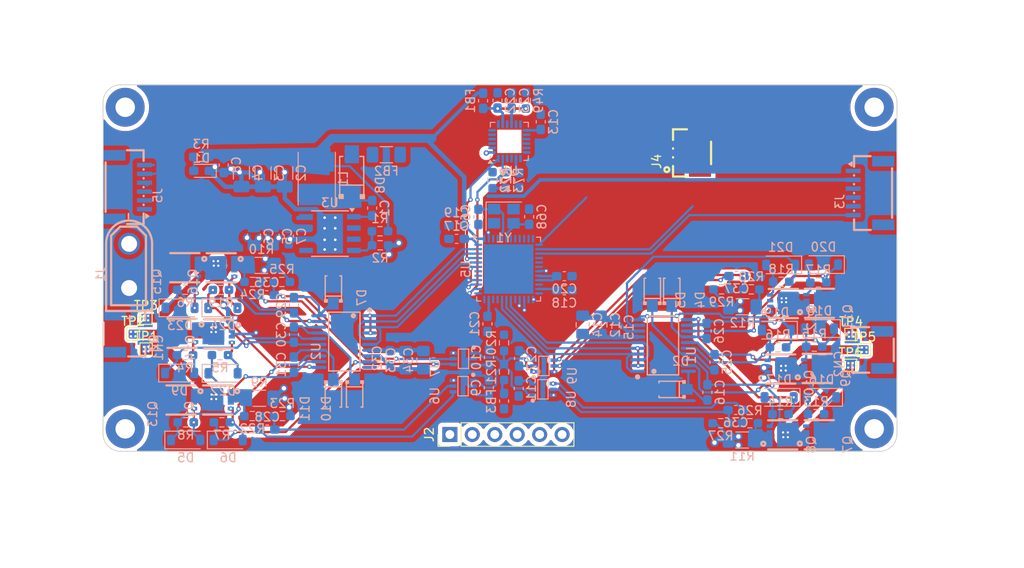
<source format=kicad_pcb>
(kicad_pcb (version 20240108) (generator "pcbnew") (generator_version "8.0")
  (layers (0 "F.Cu" signal) (31 "B.Cu" signal) (34 "B.Paste" user) (35 "F.Paste" user) (36 "B.SilkS" user "B.Silkscreen") (37 "F.SilkS" user "F.Silkscreen") (38 "B.Mask" user) (39 "F.Mask" user) (44 "Edge.Cuts" user))
  (net 0 "")
  (net 1 "Net-(D8-K)")
  (net 2 "Net-(U3-BOOT)")
  (net 3 "GNDPWR")
  (net 4 "GNDD")
  (net 5 "+3V3")
  (net 6 "+BATT")
  (net 7 "/YI")
  (net 8 "/YO")
  (net 9 "Net-(D1-A)")
  (net 10 "Net-(D9-A)")
  (net 11 "/SWDIO")
  (net 12 "/USART3_TX")
  (net 13 "/SWCLK")
  (net 14 "/USART3_RX")
  (net 15 "Net-(U3-VSENSE)")
  (net 16 "Net-(Q1-S-Pad1)")
  (net 17 "/MPU_INT")
  (net 18 "/TIM1_CH2")
  (net 19 "/TIM1_CH1")
  (net 20 "/TIM1_CH3")
  (net 21 "/TIM8_CH3")
  (net 22 "/TIM8_CH1")
  (net 23 "/SPI1_MISO")
  (net 24 "/TIM8_CH2")
  (net 25 "/SPI1_MOSI")
  (net 26 "/SPI1_SCK")
  (net 30 "Net-(Q8-S-Pad1)")
  (net 31 "Net-(U1-VCC)")
  (net 32 "/NSS1")
  (net 33 "/NSS2")
  (net 34 "/ADC1_IN11")
  (net 35 "/ADC1_IN5")
  (net 36 "Net-(U4-VDD)")
  (net 37 "Net-(U4-REGOUT)")
  (net 38 "Net-(U4-CPOUT)")
  (net 52 "/inverter/2VS1")
  (net 53 "Net-(D2-K)")
  (net 54 "/inverter/2VS2")
  (net 55 "Net-(D3-K)")
  (net 56 "Net-(D4-K)")
  (net 57 "/inverter/2VS3")
  (net 58 "/inverter/1VS1")
  (net 59 "Net-(D7-K)")
  (net 60 "Net-(D10-K)")
  (net 61 "/inverter/1VS2")
  (net 62 "Net-(D11-K)")
  (net 63 "/inverter/1VS3")
  (net 64 "Net-(U2-VCC)")
  (net 69 "/inverter/1HO1")
  (net 70 "Net-(D5-A)")
  (net 71 "/inverter/1LO1")
  (net 72 "Net-(D6-A)")
  (net 73 "/inverter/1HO2")
  (net 74 "/inverter/1LO2")
  (net 75 "/inverter/1HO3")
  (net 76 "/inverter/1LO3")
  (net 77 "Net-(D16-A)")
  (net 78 "/inverter/2HO1")
  (net 79 "Net-(D17-A)")
  (net 80 "Net-(D18-A)")
  (net 81 "/inverter/2HO2")
  (net 82 "Net-(D19-A)")
  (net 83 "Net-(D20-A)")
  (net 84 "/inverter/2HO3")
  (net 85 "Net-(D21-A)")
  (net 86 "/inverter/2LO3")
  (net 87 "/inverter/2LO2")
  (net 88 "/inverter/2LO1")
  (net 98 "/USART2_TX")
  (net 99 "/USART2_RX")
  (net 100 "/I2C1_SCL")
  (net 102 "/ADC2_IN12")
  (net 103 "/SPI3_MOSI")
  (net 105 "/SPI3_MISO")
  (net 106 "/ADC1_IN15")
  (net 107 "Net-(D22-A)")
  (net 108 "Net-(D23-A)")
  (net 109 "Net-(D24-A)")
  (net 110 "Net-(U6-V+)")
  (net 111 "GNDA")
  (net 112 "Net-(U7-V+)")
  (net 113 "Net-(U8-V+)")
  (net 114 "Net-(U9-V+)")
  (net 115 "/VREF")
  (net 116 "/ADC2_IN15")
  (net 117 "Net-(Q12-S-Pad1)")
  (net 118 "Net-(Q16-S-Pad1)")
  (net 119 "/1CS1-")
  (net 120 "/1CS1+")
  (net 121 "/1CS2+")
  (net 122 "/1CS2-")
  (net 123 "/2CS1-")
  (net 124 "/2CS1+")
  (net 125 "/2CS2-")
  (net 126 "/2CS2+")
  (net 127 "/I2C1_SDA")
  (net 128 "/SPI3_SCK")
  (footprint "Connector_PinHeader_2.54mm:PinHeader_1x06_P2.54mm_Vertical" (layer "F.Cu") (at 71.67 70.279516 90)
    (property "Reference" "J2")
    (property "Value" "Conn_01x06")
  )
  (footprint "TestPoint:TestPoint_Pad_1.0x1.0mm" (layer "F.Cu") (at 37.32 60.61)
    (property "Reference" "TP1")
    (property "Value" "TestPoint")
  )
  (footprint "TestPoint:TestPoint_Pad_1.0x1.0mm" (layer "F.Cu") (at 37.3 57.11)
    (property "Reference" "TP3")
    (property "Value" "TestPoint")
  )
  (footprint "" (layer "F.Cu") (at 34.96 33.24)
    (property "Reference" "")
    (property "Value" "")
  )
  (footprint "" (layer "F.Cu") (at 119.66 33.24)
    (property "Reference" "")
    (property "Value" "")
  )
  (footprint "TestPoint:TestPoint_Pad_1.0x1.0mm" (layer "F.Cu") (at 118.52 60.69)
    (property "Reference" "TP5")
    (property "Value" "TestPoint")
  )
  (footprint "TestPoint:TestPoint_Pad_1.0x1.0mm" (layer "F.Cu") (at 35.86 58.91)
    (property "Reference" "TP2")
    (property "Value" "TestPoint")
  )
  (footprint "TestPoint:TestPoint_Pad_1.0x1.0mm" (layer "F.Cu") (at 117.04 58.95)
    (property "Reference" "TP4")
    (property "Value" "TestPoint")
  )
  (footprint "" (layer "F.Cu") (at 119.66 69.64)
    (property "Reference" "")
    (property "Value" "")
  )
  (footprint "TestPoint:TestPoint_Pad_1.0x1.0mm" (layer "F.Cu") (at 116.99 62.45)
    (property "Reference" "TP6")
    (property "Value" "TestPoint")
  )
  (footprint "" (layer "F.Cu") (at 34.96 69.64)
    (property "Reference" "")
    (property "Value" "")
  )
  (footprint "balancerDriver:CONN-SMD_3P-P1.00_WAFER-SH1.0-3PWB" (layer "F.Cu") (at 98.26 38.41 90)
    (property "Reference" "J4")
    (property "Value" "Conn_01x03")
  )
  (footprint "Capacitor_SMD:C_1206_3216Metric_Pad1.33x1.80mm_HandSolder" (layer "B.Cu") (at 48.1 40.655 90)
    (property "Reference" "C4")
    (property "Value" "47u")
  )
  (footprint "balancerDriver:SC70-6_L2.1-W1.3-P0.65-LS2.3-BL" (layer "B.Cu") (at 73.22 61.7 -90)
    (property "Reference" "U7")
    (property "Value" "TP181A1-CR")
  )
  (footprint "Resistor_SMD:R_0603_1608Metric_Pad0.98x0.95mm_HandSolder" (layer "B.Cu") (at 52.73 68.19 180)
    (property "Reference" "R23")
    (property "Value" "100R")
  )
  (footprint "balancerDriver:SOD-123FL_L2.7-W1.8-LS3.8-RD" (layer "B.Cu") (at 96.699 65.175 180)
    (property "Reference" "D2")
    (property "Value" "D")
  )
  (footprint "Resistor_SMD:R_0603_1608Metric_Pad0.98x0.95mm_HandSolder" (layer "B.Cu") (at 41.8025 68.9)
    (property "Reference" "R8")
    (property "Value" "10R")
  )
  (footprint "Inductor_SMD:L_Taiyo-Yuden_NR-40xx_HandSoldering" (layer "B.Cu") (at 56.62 41.325 90)
    (property "Reference" "L1")
    (property "Value" "10u")
  )
  (footprint "balancerDriver:POWERTDFN-8_L3.1-W3.1-P0.65-LS3.3-BL" (layer "B.Cu") (at 113.4675 55.429476 90)
    (property "Reference" "Q11")
    (property "Value" "EMB09N03V")
  )
  (footprint "Resistor_SMD:R_0603_1608Metric_Pad0.98x0.95mm_HandSolder" (layer "B.Cu") (at 113.3525 53.071476 180)
    (property "Reference" "R17")
    (property "Value" "10R")
  )
  (footprint "balancerDriver:POWERTDFN-8_L3.1-W3.1-P0.65-LS3.3-BL" (layer "B.Cu") (at 113.215 62.8 90)
    (property "Reference" "Q9")
    (property "Value" "EMB09N03V")
  )
  (footprint "Capacitor_SMD:C_0603_1608Metric_Pad1.08x0.95mm_HandSolder" (layer "B.Cu") (at 54.04 55.644 -90)
    (property "Reference" "C29")
    (property "Value" "100n")
  )
  (footprint "balancerDriver:POWERTDFN-8_L3.1-W3.1-P0.65-LS3.3-BL" (layer "B.Cu") (at 109.3175 70.321476 90)
    (property "Reference" "Q8")
    (property "Value" "EMB09N03V")
  )
  (footprint "Resistor_SMD:R_0603_1608Metric_Pad0.98x0.95mm_HandSolder" (layer "B.Cu") (at 43.55 38.845 180)
    (property "Reference" "R3")
    (property "Value" "4.7k")
  )
  (footprint "Resistor_SMD:R_0603_1608Metric_Pad0.98x0.95mm_HandSolder" (layer "B.Cu") (at 41.72 61.3)
    (property "Reference" "R4")
    (property "Value" "10R")
  )
  (footprint "balancerDriver:POWERTDFN-8_L3.1-W3.1-P0.65-LS3.3-BL" (layer "B.Cu") (at 41.2685 66.375 -90)
    (property "Reference" "Q13")
    (property "Value" "EMB09N03V")
  )
  (footprint "Resistor_SMD:R_0603_1608Metric_Pad0.98x0.95mm_HandSolder" (layer "B.Cu") (at 45.78 53.91)
    (property "Reference" "R19")
    (property "Value" "10R")
  )
  (footprint "Resistor_SMD:R_0603_1608Metric_Pad0.98x0.95mm_HandSolder" (layer "B.Cu") (at 63.7875 48.865)
    (property "Reference" "R2")
    (property "Value" "5.9k")
  )
  (footprint "Diode_SMD:D_SOD-123" (layer "B.Cu") (at 46.0225 63.35)
    (property "Reference" "D22")
    (property "Value" "1N4148W")
  )
  (footprint "Capacitor_SMD:C_0603_1608Metric_Pad1.08x0.95mm_HandSolder" (layer "B.Cu") (at 80.64 45.63 90)
    (property "Reference" "C68")
    (property "Value" "12p")
  )
  (footprint "Capacitor_SMD:C_0603_1608Metric_Pad1.08x0.95mm_HandSolder" (layer "B.Cu") (at 50.96 54.51 180)
    (property "Reference" "C35")
    (property "Value" "1n")
  )
  (footprint "Capacitor_SMD:C_0805_2012Metric_Pad1.18x1.45mm_HandSolder" (layer "B.Cu") (at 66.68 61.8625 -90)
    (property "Reference" "C33")
    (property "Value" "22u")
  )
  (footprint "Diode_SMD:D_SOD-123" (layer "B.Cu") (at 108.6 58.471476 180)
    (property "Reference" "D19")
    (property "Value" "1N4148W")
  )
  (footprint "Capacitor_SMD:C_0603_1608Metric_Pad1.08x0.95mm_HandSolder" (layer "B.Cu") (at 54.04 58.969 -90)
    (property "Reference" "C30")
    (property "Value" "100n")
  )
  (footprint "balancerDriver:CONN-SMD_3P-P1.00_BX-SH1.0-3PWT" (layer "B.Cu") (at 118.8715 60.7035 -90)
    (property "Reference" "CN2")
    (property "Value" "MR30PW-F")
  )
  (footprint "balancerDriver:SC70-6_L2.1-W1.3-P0.65-LS2.3-BL" (layer "B.Cu") (at 73.17 64.8 -90)
    (property "Reference" "U6")
    (property "Value" "TP181A1-CR")
  )
  (footprint "balancerDriver:POWERTDFN-8_L3.1-W3.1-P0.65-LS3.3-BL" (layer "B.Cu") (at 45.535 58.89 -90)
    (property "Reference" "Q14")
    (property "Value" "EMB09N03V")
  )
  (footprint "balancerDriver:CONN-TH_XT30UPB-M" (layer "B.Cu") (at 35.4 51.2 -90)
    (property "Reference" "J1")
    (property "Value" "Conn_01x02")
  )
  (footprint "balancerDriver:POWERTDFN-8_L3.1-W3.1-P0.65-LS3.3-BL" (layer "B.Cu") (at 41.705 51.400714 -90)
    (property "Reference" "Q15")
    (property "Value" "EMB09N03V")
  )
  (footprint "balancerDriver:POWERTDFN-8_L3.1-W3.1-P0.65-LS3.3-BL" (layer "B.Cu") (at 45.4175 66.375 -90)
    (property "Reference" "Q1")
    (property "Value" "EMB09N03V")
  )
  (footprint "Resistor_SMD:R_0603_1608Metric_Pad0.98x0.95mm_HandSolder" (layer "B.Cu") (at 49.33 68.19)
    (property "Reference" "R22")
    (property "Value" "100R")
  )
  (footprint "Capacitor_SMD:C_0603_1608Metric_Pad1.08x0.95mm_HandSolder" (layer "B.Cu") (at 78.66 32.465 90)
    (property "Reference" "C23")
    (property "Value" "100n")
  )
  (footprint "Resistor_SMD:R_1206_3216Metric_Pad1.30x1.75mm_HandSolder" (layer "B.Cu") (at 104.7215 70.9)
    (property "Reference" "R11")
    (property "Value" "10mR")
  )
  (footprint "Resistor_SMD:R_0603_1608Metric_Pad0.98x0.95mm_HandSolder" (layer "B.Cu") (at 102.3925 53.851476)
    (property "Reference" "R29")
    (property "Value" "100R")
  )
  (footprint "Capacitor_SMD:C_0603_1608Metric_Pad1.08x0.95mm_HandSolder" (layer "B.Cu") (at 46.1 39.775 90)
    (property "Reference" "C8")
    (property "Value" "100n")
  )
  (footprint "Resistor_SMD:R_0603_1608Metric_Pad0.98x0.95mm_HandSolder" (layer "B.Cu") (at 49.36 53.01)
    (property "Reference" "R24")
    (property "Value" "100R")
  )
  (footprint "Resistor_SMD:R_0603_1608Metric_Pad0.98x0.95mm_HandSolder" (layer "B.Cu") (at 45.89 68.9)
    (property "Reference" "R7")
    (property "Value" "10R")
  )
  (footprint "Resistor_SMD:R_0603_1608Metric_Pad0.98x0.95mm_HandSolder" (layer "B.Cu") (at 45.68 61.29)
    (property "Reference" "R5")
    (property "Value" "10R")
  )
  (footprint "Capacitor_SMD:C_0603_1608Metric_Pad1.08x0.95mm_HandSolder" (layer "B.Cu") (at 100.7925 65.507976 90)
    (property "Reference" "C16")
    (property "Value" "100n")
  )
  (footprint "balancerDriver:POWERTDFN-8_L3.1-W3.1-P0.65-LS3.3-BL" (layer "B.Cu") (at 113.4465 70.306476 90)
    (property "Reference" "Q7")
    (property "Value" "EMB09N03V")
  )
  (footprint "Capacitor_SMD:C_0603_1608Metric_Pad1.08x0.95mm_HandSolder" (layer "B.Cu") (at 72.44 46.6075 180)
    (property "Reference" "C19")
    (property "Value" "100n")
  )
  (footprint "Capacitor_SMD:C_1206_3216Metric_Pad1.33x1.80mm_HandSolder" (layer "B.Cu") (at 64.49 38.61)
    (property "Reference" "FB2")
    (property "Value" "FerriteBead")
  )
  (footprint "balancerDriver:POWERTDFN-8_L3.1-W3.1-P0.65-LS3.3-BL" (layer "B.Cu") (at 109.3775 55.456476 90)
    (property "Reference" "Q12")
    (property "Value" "EMB09N03V")
  )
  (footprint "Resistor_SMD:R_0603_1608Metric_Pad0.98x0.95mm_HandSolder" (layer "B.Cu") (at 109.14 52.991476 180)
    (property "Reference" "R18")
    (property "Value" "10R")
  )
  (footprint "Capacitor_SMD:C_0603_1608Metric_Pad1.08x0.95mm_HandSolder" (layer "B.Cu") (at 100.7 58.5625 90)
    (property "Reference" "C26")
    (property "Value" "100n")
  )
  (footprint "Resistor_SMD:R_0603_1608Metric_Pad0.98x0.95mm_HandSolder" (layer "B.Cu") (at 63.77 47.275 180)
    (property "Reference" "R1")
    (property "Value" "10k")
  )
  (footprint "Package_SO:TI_SO-PowerPAD-8_ThermalVias" (layer "B.Cu") (at 58.11 47.54 180)
    (property "Reference" "U3")
    (property "Value" "TPS5430DDA")
  )
  (footprint "Sensor_Motion:InvenSense_QFN-24_4x4mm_P0.5mm" (layer "B.Cu") (at 78.4 37.1)
    (property "Reference" "U4")
    (property "Value" "MPU-6050")
  )
  (footprint "Capacitor_SMD:C_0805_2012Metric_Pad1.18x1.45mm_HandSolder" (layer "B.Cu") (at 88.7 57.8625 90)
    (property "Reference" "C12")
    (property "Value" "22u")
  )
  (footprint "Resistor_SMD:R_0603_1608Metric_Pad0.98x0.95mm_HandSolder" (layer "B.Cu") (at 105.6 69 180)
    (property "Reference" "R26")
    (property "Value" "100R")
  )
  (footprint "Resistor_SMD:R_0603_1608Metric_Pad0.98x0.95mm_HandSolder" (layer "B.Cu") (at 109.0615 67.971476 180)
    (property "Reference" "R14")
    (property "Value" "10R")
  )
  (footprint "balancerDriver:SOD-123FL_L2.7-W1.8-LS3.8-RD" (layer "B.Cu") (at 58.5 53.7 90)
    (property "Reference" "D7")
    (property "Value" "D")
  )
  (footprint "Capacitor_SMD:C_0805_2012Metric_Pad1.18x1.45mm_HandSolder" (layer "B.Cu") (at 51.62 47.855 90)
    (property "Reference" "C5")
    (property "Value" "22u")
  )
  (footprint "Package_DFN_QFN:QFN-48-1EP_7x7mm_P0.5mm_EP5.6x5.6mm" (layer "B.Cu") (at 78.32 51.5575 -90)
    (property "Reference" "U5")
    (property "Value" "STM32G431CBUx")
  )
  (footprint "balancerDriver:SC70-6_L2.1-W1.3-P0.65-LS2.3-BL" (layer "B.Cu") (at 82.19 65.170242 90)
    (property "Reference" "U8")
    (property "Value" "TP181A1-CR")
  )
  (footprint "Capacitor_SMD:C_0603_1608Metric_Pad1.08x0.95mm_HandSolder" (layer "B.Cu") (at 75.92 57.7575 -90)
    (property "Reference" "C21")
    (property "Value" "470n")
  )
  (footprint "Capacitor_SMD:C_0603_1608Metric_Pad1.08x0.95mm_HandSolder" (layer "B.Cu") (at 79.5 61.670242 90)
    (property "Reference" "C27")
    (property "Value" "100n")
  )
  (footprint "Capacitor_SMD:C_0603_1608Metric_Pad1.08x0.95mm_HandSolder" (layer "B.Cu") (at 84.62 53.9575)
    (property "Reference" "C18")
    (property "Value" "100n")
  )
  (footprint "balancerDriver:SOD-123FL_L2.7-W1.8-LS3.8-RD" (layer "B.Cu") (at 94.5675 53.967024 90)
    (property "Reference" "D3")
    (property "Value" "D")
  )
  (footprint "Resistor_SMD:R_1206_3216Metric_Pad1.30x1.75mm_HandSolder" (layer "B.Cu") (at 50.13 66.18 180)
    (property "Reference" "R9")
    (property "Value" "10mR")
  )
  (footprint "Diode_SMD:D_SOD-123" (layer "B.Cu") (at 113.92 51.051476 180)
    (property "Reference" "D20")
    (property "Value" "1N4148W")
  )
  (footprint "balancerDriver:POWERTDFN-8_L3.1-W3.1-P0.65-LS3.3-BL" (layer "B.Cu") (at 45.814 51.41 -90)
    (property "Reference" "Q16")
    (property "Value" "EMB09N03V")
  )
  (footprint "Capacitor_SMD:C_0603_1608Metric_Pad1.08x0.95mm_HandSolder" (layer "B.Cu") (at 79.53 41.5 -90)
    (property "Reference" "C24")
    (property "Value" "2.2n")
  )
  (footprint "Capacitor_SMD:C_0603_1608Metric_Pad1.08x0.95mm_HandSolder" (layer "B.Cu") (at 77.06 32.465 90)
    (property "Reference" "C22")
    (property "Value" "100n")
  )
  (footprint "Capacitor_SMD:C_0603_1608Metric_Pad1.08x0.95mm_HandSolder" (layer "B.Cu") (at 74.9 45.6475 -90)
    (property "Reference" "C67")
    (property "Value" "12p")
  )
  (footprint "balancerDriver:SMA_L4.3-W2.6-LS5.0-RD" (layer "B.Cu") (at 60.58 40.965 90)
    (property "Reference" "D8")
    (property "Value" "1N5712UR")
  )
  (footprint "Diode_SMD:D_SOD-123" (layer "B.Cu") (at 108.909 66.071476 180)
    (property "Reference" "D17")
    (property "Value" "1N4148W")
  )
  (footprint "balancerDriver:eg2133" (layer "B.Cu") (at 95.77 60.2 90)
    (property "Reference" "U1")
    (property "Value" "EG2133")
  )
  (footprint "balancerDriver:SOD-123FL_L2.7-W1.8-LS3.8-RD" (layer "B.Cu") (at 60.9 65.8 -90)
    (property "Reference" "D10")
    (property "Value" "D")
  )
  (footprint "Resistor_SMD:R_0603_1608Metric_Pad0.98x0.95mm_HandSolder" (layer "B.Cu") (at 41.75 53.89)
    (property "Reference" "R6")
    (property "Value" "10R")
  )
  (footprint "balancerDriver:CONN-SMD_6P-P1.00_MEGASTAR_ZX-SH1.0-6PWT" (layer "B.Cu") (at 35.44 42.28 90)
    (property "Reference" "J5")
    (property "Value" "Conn_01x06")
  )
  (footprint "Resistor_SMD:R_1206_3216Metric_Pad1.30x1.75mm_HandSolder" (layer "B.Cu") (at 50.37 51.14 180)
    (property "Reference" "R10")
    (property "Value" "10mR")
  )
  (footprint "Capacitor_SMD:C_0603_1608Metric_Pad1.08x0.95mm_HandSolder" (layer "B.Cu") (at 84.62 52.3575)
    (property "Reference" "C20")
    (property "Value" "100n")
  )
  (footprint "Capacitor_SMD:C_0805_2012Metric_Pad1.18x1.45mm_HandSolder" (layer "B.Cu") (at 86.69 57.8625 90)
    (property "Reference" "C14")
    (property "Value" "22u")
  )
  (footprint "Capacitor_SMD:C_0603_1608Metric_Pad1.08x0.95mm_HandSolder" (layer "B.Cu") (at 90.5 58.1375 90)
    (property "Reference" "C15")
    (property "Value" "100n")
  )
  (footprint "Diode_SMD:D_SOD-123" (layer "B.Cu") (at 113.7115 66.071476 180)
    (property "Reference" "D16")
    (property "Value" "1N4148W")
  )
  (footprint "Capacitor_SMD:C_0603_1608Metric_Pad1.08x0.95mm_HandSolder" (layer "B.Cu") (at 62.89 44.655 90)
    (property "Reference" "C1")
    (property "Value" "10n")
  )
  (footprint "Crystal:Crystal_SMD_SeikoEpson_FA238-4Pin_3.2x2.5mm" (layer "B.Cu") (at 77.77 45.57)
    (property "Reference" "Y1")
    (property "Value" "25MHz")
  )
  (footprint "balancerDriver:SOD-123FL_L2.7-W1.8-LS3.8-RD" (layer "B.Cu") (at 96.7675 53.967024 90)
    (property "Reference" "D4")
    (property "Value" "D")
  )
  (footprint "Capacitor_SMD:C_0603_1608Metric_Pad1.08x0.95mm_HandSolder" (layer "B.Cu") (at 104 67.5)
    (property "Reference" "C36")
    (property "Value" "1n")
  )
  (footprint "Capacitor_SMD:C_0603_1608Metric_Pad1.08x0.95mm_HandSolder" (layer "B.Cu") (at 76.078778 64.979516 -90)
    (property "Reference" "C9")
    (property "Value" "100n")
  )
  (footprint "Capacitor_SMD:C_1206_3216Metric_Pad1.33x1.80mm_HandSolder" (layer "B.Cu") (at 53 40.675 90)
    (property "Reference" "C2")
    (property "Value" "47u")
  )
  (footprint "Diode_SMD:D_SOD-123" (layer "B.Cu") (at 41.11 63.32)
    (property "Reference" "D9")
    (property "Value" "1N4148W")
  )
  (footprint "Resistor_SMD:R_1206_3216Metric_Pad1.30x1.75mm_HandSolder" (layer "B.Cu") (at 104.7625 55.821476)
    (property "Reference" "R12")
    (property "Value" "10mR")
  )
  (footprint "balancerDriver:eg2133" (layer "B.Cu") (at 59.74 59.76 -90)
    (property "Reference" "U2")
    (property "Value" "EG2133")
  )
  (footprint "Resistor_SMD:R_0603_1608Metric_Pad0.98x0.95mm_HandSolder" (layer "B.Cu") (at 80.26 32.4775 90)
    (property "Reference" "R49")
    (property "Value" "10k")
  )
  (footprint "Capacitor_SMD:C_0603_1608Metric_Pad1.08x0.95mm_HandSolder" (layer "B.Cu") (at 77.8 66.5 -90)
    (property "Reference" "FB3")
    (property "Value" "FerriteBead")
  )
  (footprint "Capacitor_SMD:C_0603_1608Metric_Pad1.08x0.95mm_HandSolder" (layer "B.Cu") (at 81.95 34.8875 90)
    (property "Reference" "C13")
    (property "Value" "10n")
  )
  (footprint "LED_SMD:LED_0603_1608Metric_Pad1.05x0.95mm_HandSolder" (layer "B.Cu") (at 43.592414 40.4375 180)
    (property "Reference" "D1")
    (property "Value" "LED")
  )
  (footprint "Capacitor_SMD:C_0603_1608Metric_Pad1.08x0.95mm_HandSolder" (layer "B.Cu") (at 64.88 61.65 -90)
    (property "Reference" "C32")
    (property "Value" "100n")
  )
  (footprint "balancerDriver:SOD-123FL_L2.7-W1.8-LS3.8-RD" (layer "B.Cu") (at 58.5 65.8 -90)
    (property "Reference" "D11")
    (property "Value" "D")
  )
  (footprint "balancerDriver:CONN-SMD_6P-P1.00_MEGASTAR_ZX-SH1.0-6PWT" (layer "B.Cu") (at 118.98 42.95 -90)
    (property "Reference" "J3")
    (property "Value" "Conn_01x06")
  )
  (footprint "Capacitor_SMD:C_0603_1608Metric_Pad1.08x0.95mm_HandSolder" (layer "B.Cu") (at 72.4375 48.1375 180)
    (property "Reference" "C17")
    (property "Value" "100n")
  )
  (footprint "Diode_SMD:D_SOD-123" (layer "B.Cu") (at 113.4675 58.291476 180)
    (property "Reference" "D18")
    (property "Value" "1N4148W")
  )
  (footprint "Resistor_SMD:R_0603_1608Metric_Pad0.98x0.95mm_HandSolder" (layer "B.Cu") (at 77.8 59.9 -90)
    (property "Reference" "R20")
    (property "Value" "10k")
  )
  (footprint "Diode_SMD:D_SOD-123" (layer "B.Cu") (at 41.1525 55.94)
    (property "Reference" "D23")
    (property "Value" "1N4148W")
  )
  (footprint "Resistor_SMD:R_0603_1608Metric_Pad0.98x0.95mm_HandSolder" (layer "B.Cu") (at 108.78 60.411476 180)
    (property "Reference" "R16")
    (property "Value" "10R")
  )
  (footprint "Diode_SMD:D_SOD-123" (layer "B.Cu") (at 46 55.95)
    (property "Reference" "D24")
    (property "Value" "1N4148W")
  )
  (footprint "Capacitor_SMD:C_1206_3216Metric_Pad1.33x1.80mm_HandSolder" (layer "B.Cu") (at 50.54 40.675 90)
    (property "Reference" "C3")
    (property "Value" "47u")
  )
  (footprint "balancerDriver:POWERTDFN-8_L3.1-W3.1-P0.65-LS3.3-BL" (layer "B.Cu") (at 109.085 62.866476 90)
    (property "Reference" "Q10")
    (property "Value" "EMB09N03V")
  )
  (footprint "Resistor_SMD:R_0603_1608Metric_Pad0.98x0.95mm_HandSolder" (layer "B.Cu") (at 52.68 53.01 180)
    (property "Reference" "R25")
    (property "Value" "100R")
  )
  (footprint "balancerDriver:CONN-SMD_3P-P1.00_BX-SH1.0-3PWT" (layer "B.Cu") (at 35.5185 58.8665 90)
    (property "Reference" "CN1")
    (property "Value" "MR30PW-F")
  )
  (footprint "Resistor_SMD:R_0603_1608Metric_Pad0.98x0.95mm_HandSolder" (layer "B.Cu") (at 78 41.5 90)
    (property "Reference" "R73")
    (property "Value" "4.7k")
  )
  (footprint "Diode_SMD:D_SOD-123" (layer "B.Cu") (at 109.09 51.081476 180)
    (property "Reference" "D21")
    (property "Value" "1N4148W")
  )
  (footprint "Resistor_SMD:R_0603_1608Metric_Pad0.98x0.95mm_HandSolder" (layer "B.Cu") (at 102.3 69)
    (property "Reference" "R27")
    (property "Value" "100R")
  )
  (footprint "Capacitor_SMD:C_0603_1608Metric_Pad1.08x0.95mm_HandSolder" (layer "B.Cu") (at 51.02 69.72 180)
    (property "Reference" "C28")
    (property "Value" "1n")
  )
  (footprint "Capacitor_SMD:C_0603_1608Metric_Pad1.08x0.95mm_HandSolder" (layer "B.Cu") (at 76.1 61.55 -90)
    (property "Reference" "C10")
    (property "Value" "100n")
  )
  (footprint "Diode_SMD:D_SOD-123" (layer "B.Cu") (at 41.8025 70.9)
    (property "Reference" "D5")
    (property "Value" "1N4148W")
  )
  (footprint "Capacitor_SMD:C_0603_1608Metric_Pad1.08x0.95mm_HandSolder" (layer "B.Cu") (at 101.6 62.1 90)
    (property "Reference" "C25")
    (property "Value" "100n")
  )
  (footprint "Capacitor_SMD:C_0603_1608Metric_Pad1.08x0.95mm_HandSolder" (layer "B.Cu") (at 53.46 47.835 90)
    (property "Reference" "C7")
    (property "Value" "100n")
  )
  (footprint "Capacitor_SMD:C_0603_1608Metric_Pad1.08x0.95mm_HandSolder" (layer "B.Cu") (at 79.46 65.060726 90)
    (property "Reference" "C11")
    (property "Value" "100n")
  )
  (footprint "Capacitor_SMD:C_0603_1608Metric_Pad1.08x0.95mm_HandSolder" (layer "B.Cu") (at 104.0925 52.341476)
    (property "Reference" "C37")
    (property "Value" "1n")
  )
  (footprint "Resistor_SMD:R_0603_1608Metric_Pad0.98x0.95mm_HandSolder" (layer "B.Cu") (at 105.7625 53.851476 180)
    (property "Reference" "R28")
    (property "Value" "100R")
  )
  (footprint "Capacitor_SMD:C_0805_2012Metric_Pad1.18x1.45mm_HandSolder" (layer "B.Cu") (at 68.68 61.8625 -90)
    (property "Reference" "C34")
    (property "Value" "22u")
  )
  (footprint "Resistor_SMD:R_0603_1608Metric_Pad0.98x0.95mm_HandSolder" (layer "B.Cu") (at 112.88 60.331476 180)
    (property "Reference" "R15")
    (property "Value" "10R")
  )
  (footprint "Resistor_SMD:R_0603_1608Metric_Pad0.98x0.95mm_HandSolder" (layer "B.Cu") (at 76.5 41.5 90)
    (property "Reference" "R72")
    (property "Value" "4.7k")
  )
  (footprint "Resistor_SMD:R_0603_1608Metric_Pad0.98x0.95mm_HandSolder" (layer "B.Cu") (at 77.8 63.2 -90)
    (property "Reference" "R21")
    (property "Value" "10k")
  )
  (footprint "balancerDriver:POWERTDFN-8_L3.1-W3.1-P0.65-LS3.3-BL" (layer "B.Cu") (at 41.385 58.83 -90)
    (property "Reference" "Q2")
    (property "Value" "EMB09N03V")
  )
  (footprint "Diode_SMD:D_SOD-123" (layer "B.Cu") (at 46.6025 70.9)
    (property "Reference" "D6")
    (property "Value" "1N4148W")
  )
  (footprint "Capacitor_SMD:C_0603_1608Metric_Pad1.08x0.95mm_HandSolder" (layer "B.Cu") (at 75.43 32.5075 -90)
    (property "Reference" "FB1")
    (property "Value" "FerriteBead")
  )
  (footprint "Resistor_SMD:R_0603_1608Metric_Pad0.98x0.95mm_HandSolder" (layer "B.Cu") (at 113.0915 67.971476 180)
    (property "Reference" "R13")
    (property "Value" "10R")
  )
  (footprint "Capacitor_SMD:C_0805_2012Metric_Pad1.18x1.45mm_HandSolder" (layer "B.Cu") (at 49.52 47.855 90)
    (property "Reference" "C6")
    (property "Value" "22u")
  )
  (footprint "Capacitor_SMD:C_0603_1608Metric_Pad1.08x0.95mm_HandSolder" (layer "B.Cu") (at 54.04 62.369 -90)
    (property "Reference" "C31")
    (property "Value" "100n")
  )
  (footprint "balancerDriver:SC70-6_L2.1-W1.3-P0.65-LS2.3-BL" (layer "B.Cu") (at 82.3 62.520242 90)
    (property "Reference" "U9")
    (property "Value" "TP181A1-CR")
  )
  (gr_line (start 32.454998 70.19) (end 32.454998 32.69) (stroke (width 0.1)) (layer "Edge.Cuts"))
  (gr_arc (start 34.454998 72.19) (mid 33.040786 71.604213) (end 32.454998 70.19) (stroke (width 0.1)) (layer "Edge.Cuts"))
  (gr_line (start 120.235841 72.19) (end 119.354998 72.19) (stroke (width 0.1)) (layer "Edge.Cuts"))
  (gr_arc (start 120.235841 30.69) (mid 121.650063 31.275795) (end 122.235841 32.69) (stroke (width 0.1)) (layer "Edge.Cuts"))
  (gr_line (start 122.235841 32.69) (end 122.235841 70.19) (stroke (width 0.1)) (layer "Edge.Cuts"))
  (gr_line (start 34.454998 30.69) (end 119.354998 30.69) (stroke (width 0.1)) (layer "Edge.Cuts"))
  (gr_arc (start 122.235841 70.19) (mid 121.650051 71.604193) (end 120.235841 72.19) (stroke (width 0.1)) (layer "Edge.Cuts"))
  (gr_arc (start 32.454998 32.69) (mid 33.040784 31.275786) (end 34.454998 30.69) (stroke (width 0.1)) (layer "Edge.Cuts"))
  (gr_line (start 119.354998 72.19) (end 34.454998 72.19) (stroke (width 0.1)) (layer "Edge.Cuts"))
  (gr_line (start 119.354998 30.69) (end 120.235841 30.69) (stroke (width 0.1)) (layer "Edge.Cuts"))
  (segment (start 62.89 43.7925) (end 60.9945 43.7925) (width 0.25) (layer "B.Cu") (net 1))
  (segment (start 60.9945 43.7925) (end 60.571 43.369) (width 0.25) (layer "B.Cu") (net 1))
  (segment (start 62.7725 45.635) (end 62.89 45.5175) (width 0.25) (layer "B.Cu") (net 2))
  (segment (start 60.81 45.635) (end 62.7725 45.635) (width 0.25) (layer "B.Cu") (net 2))
  (via (at 50.8 50.4) (size 0.9) (drill 0.5) (layers "F.Cu" "B.Cu") (net 3))
  (via (at 47.9 40.6) (size 0.9) (drill 0.5) (layers "F.Cu" "B.Cu") (net 3))
  (via (at 51.093642 48.05445) (size 0.9) (drill 0.5) (layers "F.Cu" "B.Cu") (net 3))
  (via (at 48.727243 48.002057) (size 0.9) (drill 0.5) (layers "F.Cu" "B.Cu") (net 3))
  (via (at 107.193311 62.739001) (size 0.9) (drill 0.5) (layers "F.Cu" "B.Cu") (net 3))
  (via (at 52.9 65.05) (size 0.9) (drill 0.5) (layers "F.Cu" "B.Cu") (net 3))
  (via (at 53 66.2) (size 0.9) (drill 0.5) (layers "F.Cu" "B.Cu") (net 3))
  (via (at 49.751194 58.757139) (size 0.6) (drill 0.3) (layers "F.Cu" "B.Cu") (net 3))
  (via (at 65.9 48.6) (size 0.9) (drill 0.5) (layers "F.Cu" "B.Cu") (net 3))
  (via (at 107.216502 63.846476) (size 0.9) (drill 0.5) (layers "F.Cu" "B.Cu") (net 3))
  (via (at 104.4925 56.245476) (size 0.9) (drill 0.5) (layers "F.Cu" "B.Cu") (net 3))
  (via (at 101.6 71.2) (size 0.9) (drill 0.5) (layers "F.Cu" "B.Cu") (net 3))
  (via (at 52.311901 48.029489) (size 0.9) (drill 0.5) (layers "F.Cu" "B.Cu") (net 3))
  (via (at 46.1 55.635145) (size 0.9) (drill 0.5) (layers "F.Cu" "B.Cu") (net 3))
  (via (at 45.1 40) (size 0.9) (drill 0.5) (layers "F.Cu" "B.Cu") (net 3))
  (via (at 47.406998 57.1) (size 0.7) (drill 0.4) (layers "F.Cu" "B.Cu") (net 3))
  (via (at 104.515085 55.194061) (size 0.9) (drill 0.5) (layers "F.Cu" "B.Cu") (net 3))
  (via (at 46.893103 40.214985) (size 0.9) (drill 0.5) (layers "F.Cu" "B.Cu") (net 3))
  (via (at 104.3 71.5) (size 0.9) (drill 0.5) (layers "F.Cu" "B.Cu") (net 3))
  (via (at 50.2 40.6) (size 0.9) (drill 0.5) (layers "F.Cu" "B.Cu") (net 3))
  (via (at 50.7 51.7) (size 0.9) (drill 0.5) (layers "F.Cu" "B.Cu") (net 3))
  (via (at 53.5 67.2) (size 0.9) (drill 0.5) (layers "F.Cu" "B.Cu") (net 3))
  (via (at 104.3 70.5) (size 0.9) (drill 0.5) (layers "F.Cu" "B.Cu") (net 3))
  (via (at 53.605553 48.16) (size 0.9) (drill 0.5) (layers "F.Cu" "B.Cu") (net 3))
  (via (at 53 40.6) (size 0.9) (drill 0.5) (layers "F.Cu" "B.Cu") (net 3))
  (via (at 64.8 49.9) (size 0.9) (drill 0.5) (layers "F.Cu" "B.Cu") (net 3))
  (via (at 50.090243 48.051153) (size 0.9) (drill 0.5) (layers "F.Cu" "B.Cu") (net 3))
  (segment (start 49.52 48.794814) (end 48.727243 48.002057) (width 0.5) (layer "B.Cu") (net 3))
  (segment (start 64.7 48.865) (end 64.7 49.8) (width 0.5) (layer "B.Cu") (net 3))
  (segment (start 90.1625 57.0485) (end 90.5 57.386) (width 0.4) (layer "B.Cu") (net 3))
  (segment (start 51.62 48.8925) (end 51.62 48.72139) (width 0.5) (layer "B.Cu") (net 3))
  (segment (start 101.6 71.2) (end 102.158524 70.641476) (width 0.5) (layer "B.Cu") (net 3))
  (segment (start 52.98 66.18) (end 53 66.2) (width 0.5) (layer "B.Cu") (net 3))
  (segment (start 53 42.2375) (end 48.12 42.2375) (width 0.5) (layer "B.Cu") (net 3))
  (segment (start 44.467414 40.4375) (end 44.6625 40.4375) (width 0.5) (layer "B.Cu") (net 3))
  (segment (start 107.390836 62.541476) (end 107.193311 62.739001) (width 0.5) (layer "B.Cu") (net 3))
  (segment (start 46.6 57.495) (end 47.02 57.915) (width 0.5) (layer "B.Cu") (net 3))
  (segment (start 55.41 48.175) (end 57.475 48.175) (width 0.5) (layer "B.Cu") (net 3))
  (segment (start 56.345 48.175) (end 57.51 49.34) (width 0.5) (layer "B.Cu") (net 3))
  (segment (start 53.46 48.305553) (end 53.605553 48.16) (width 0.5) (layer "B.Cu") (net 3))
  (segment (start 53.5925 53.01) (end 53.5925 52.8125) (width 0.25) (layer "B.Cu") (net 3))
  (segment (start 51.62 48.72139) (end 52.311901 48.029489) (width 0.5) (layer "B.Cu") (net 3))
  (segment (start 51.26 51.14) (end 50.7 51.7) (width 0.5) (layer "B.Cu") (net 3))
  (segment (start 53.46 48.6975) (end 53.9825 48.175) (width 0.6) (layer "B.Cu") (net 3))
  (segment (start 101.48 54.088976) (end 103.2125 55.821476) (width 0.25) (layer "B.Cu") (net 3))
  (segment (start 49.52 48.8925) (end 49.52 48.621396) (width 0.5) (layer "B.Cu") (net 3))
  (segment (start 49.52 48.8925) (end 49.52 48.794814) (width 0.5) (layer "B.Cu") (net 3))
  (segment (start 60.589 38.561) (end 60.401 38.561) (width 0.5) (layer "B.Cu") (net 3))
  (segment (start 63.7525 61.385) (end 62.611 61.385) (width 0.4) (layer "B.Cu") (net 3))
  (segment (start 90.5 57.386) (end 89.0375 57.386) (width 0.4) (layer "B.Cu") (net 3))
  (segment (start 68.68 62.9) (end 65.2675 62.9) (width 0.5) (layer "B.Cu") (net 3))
  (segment (start 50.54 40.94) (end 50.2 40.6) (width 0.5) (layer "B.Cu") (net 3))
  (segment (start 49.52 48.621396) (end 50.090243 48.051153) (width 0.5) (layer "B.Cu") (net 3))
  (segment (start 51.92 51.14) (end 51.26 51.14) (width 0.5) (layer "B.Cu") (net 3))
  (segment (start 103.6365 56.245476) (end 103.2125 55.821476) (width 0.5) (layer "B.Cu") (net 3))
  (segment (start 60.589 38.561) (end 60.589 38.471) (width 0.5) (layer "B.Cu") (net 3))
  (segment (start 47.02 59.215) (end 47.3285 58.9065) (width 0.3) (layer "B.Cu") (net 3))
  (segment (start 103.2125 55.821476) (end 103.88767 55.821476) (width 0.5) (layer "B.Cu") (net 3))
  (segment (start 46.1 40.6375) (end 48.94 40.6375) (width 0.5) (layer "B.Cu") (net 3))
  (segment (start 48.12 42.2375) (end 48.1 42.2175) (width 0.5) (layer "B.Cu") (net 3))
  (segment (start 47.02 57.486998) (end 47.02 58.565) (width 0.4) (layer "B.Cu") (net 3))
  (segment (start 53.5925 52.8125) (end 51.92 51.14) (width 0.25) (layer "B.Cu") (net 3))
  (segment (start 54.22 44.775) (end 56.545 44.775) (width 0.5) (layer "B.Cu") (net 3))
  (segment (start 55.41 48.175) (end 56.275 48.175) (width 0.5) (layer "B.Cu") (net 3))
  (segment (start 51.62 48.580808) (end 51.093642 48.05445) (width 0.5) (layer "B.Cu") (net 3))
  (segment (start 53 43.555) (end 54.22 44.775) (width 0.5) (layer "B.Cu") (net 3))
  (segment (start 57.475 48.175) (end 58.11 47.54) (width 0.5) (layer "B.Cu") (net 3))
  (segment (start 107.221502 63.841476) (end 107.6 63.841476) (width 0.5) (layer "B.Cu") (net 3))
  (segment (start 64.7 49.8) (end 64.8 49.9) (width 0.5) (layer "B.Cu") (net 3))
  (segment (start 53.6425 67.3425) (end 53.5 67.2) (width 0.5) (layer "B.Cu") (net 3))
  (segment (start 46.470588 40.6375) (end 46.893103 40.214985) (width 0.5) (layer "B.Cu") (net 3))
  (segment (start 60.589 38.561) (end 60.539 38.561) (width 0.5) (layer "B.Cu") (net 3))
  (segment (start 46.1 55.635145) (end 46.6 56.135145) (width 0.5) (layer "B.Cu") (net 3))
  (segment (start 47.406998 57.1) (end 47.02 57.486998) (width 0.4) (layer "B.Cu") (net 3))
  (segment (start 89.0375 57.386) (end 88.7 57.0485) (width 0.4) (layer "B.Cu") (net 3))
  (segment (start 47.3285 58.9065) (end 49.601833 58.9065) (width 0.3) (layer "B.Cu") (net 3))
  (segment (start 51.77 66.18) (end 52.9 65.05) (width 0.5) (layer "B.Cu") (net 3))
  (segment (start 48.1 40.8) (end 47.9 40.6) (width 0.5) (layer "B.Cu") (net 3))
  (segment (start 60.589 38.471) (end 60.9 38.16) (width 0.5) (layer "B.Cu") (net 3))
  (segment (start 55.41 48.175) (end 56.345 48.175) (width 0.5) (layer "B.Cu") (net 3))
  (segment (start 46.1 40.6375) (end 46.470588 40.6375) (width 0.5) (layer "B.Cu") (net 3))
  (segment (start 46.267414 42.2375) (end 44.467414 40.4375) (width 0.5) (layer "B.Cu") (net 3))
  (segment (start 57.445 48.175) (end 57.51 48.24) (width 0.6) (layer "B.Cu") (net 3))
  (segment (start 48.1 42.2175) (end 48.1 40.8) (width 0.5) (layer "B.Cu") (net 3))
  (segment (start 107.6 62.541476) (end 107.390836 62.541476) (width 0.5) (layer "B.Cu") (net 3))
  (segment (start 46.6 56.135145) (end 46.6 57.495) (width 0.5) (layer "B.Cu") (net 3))
  (segment (start 64.88 62.5125) (end 63.7525 61.385) (width 0.4) (layer "B.Cu") (net 3))
  (segment (start 53 42.2375) (end 53 43.555) (width 0.5) (layer "B.Cu") (net 3))
  (segment (start 53.620553 48.175) (end 53.605553 48.16) (width 0.5) (layer "B.Cu") (net 3))
  (segment (start 65.635 48.865) (end 65.9 48.6) (width 0.5) (layer "B.Cu") (net 3))
  (segment (start 55.41 48.175) (end 53.620553 48.175) (width 0.5) (layer "B.Cu") (net 3))
  (segment (start 86.69 57.0485) (end 90.1625 57.0485) (width 0.4) (layer "B.Cu") (net 3))
  (segment (start 92.899 58.575) (end 91.689 58.575) (width 0.4) (layer "B.Cu") (net 3))
  (segment (start 45.9 40.4375) (end 46.1 40.6375) (width 0.25) (layer "B.Cu") (net 3))
  (segment (start 50.54 42.2375) (end 50.54 40.94) (width 0.5) (layer "B.Cu") (net 3))
  (segment (start 104.4925 56.245476) (end 103.6365 56.245476) (width 0.5) (layer "B.Cu") (net 3))
  (segment (start 44.467414 40.4375) (end 45.9 40.4375) (width 0.25) (layer "B.Cu") (net 3))
  (segment (start 44.6625 40.4375) (end 45.1 40) (width 0.5) (layer "B.Cu") (net 3))
  (segment (start 103.7015 71.171476) (end 103.1715 70.641476) (width 0.5) (layer "B.Cu") (net 3))
  (segment (start 53.6425 68.19) (end 53.6425 67.3425) (width 0.5) (layer "B.Cu") (net 3))
  (segment (start 86.955622 57.0485) (end 88.7 57.0485) (width 0.5) (layer "B.Cu") (net 3))
  (segment (start 101.48 53.851476) (end 101.48 54.088976) (width 0.25) (layer "B.Cu") (net 3))
  (segment (start 53.46 48.6975) (end 53.46 48.305553) (width 0.5) (layer "B.Cu") (net 3))
  (segment (start 60.401 38.561) (end 60 38.16) (width 0.5) (layer "B.Cu") (net 3))
  (segment (start 47.02 57.915) (end 47.02 59.215) (width 0.3) (layer "B.Cu") (net 3))
  (segment (start 51.68 66.18) (end 52.98 66.18) (width 0.5) (layer "B.Cu") (net 3))
  (segment (start 104.158524 70.641476) (end 103.1715 70.641476) (width 0.5) (layer "B.Cu") (net 3))
  (segment (start 53 42.2375) (end 46.267414 42.2375) (width 0.5) (layer "B.Cu") (net 3))
  (segment (start 53.9825 48.175) (end 55.41 48.175) (width 0.6) (layer "B.Cu") (net 3))
  (segment (start 103.88767 55.821476) (end 104.515085 55.194061) (width 0.5) (layer "B.Cu") (net 3))
  (segment (start 91.689 58.575) (end 90.5 57.386) (width 0.4) (layer "B.Cu") (net 3))
  (segment (start 51.92 51.14) (end 51.54 51.14) (width 0.5) (layer "B.Cu") (net 3))
  (segment (start 102.158524 70.641476) (end 103.1715 70.641476) (width 0.5) (layer "B.Cu") (net 3))
  (segment (start 56.275 48.175) (end 57.51 46.94) (width 0.5) (layer "B.Cu") (net 3))
  (segment (start 58.11 46.34) (end 58.11 47.54) (width 0.5) (layer "B.Cu") (net 3))
  (segment (start 49.601833 58.9065) (end 49.751194 58.757139) (width 0.3) (layer "B.Cu") (net 3))
  (segment (start 56.545 44.775) (end 58.11 46.34) (width 0.5) (layer "B.Cu") (net 3))
  (segment (start 103.1715 70.641476) (end 103.1715 70.442976) (width 0.25) (layer "B.Cu") (net 3))
  (segment (start 60.539 38.561) (end 60 39.1) (width 0.5) (layer "B.Cu") (net 3))
  (segment (start 53 42.2375) (end 53 40.6) (width 0.5) (layer "B.Cu") (net 3))
  (segment (start 103.1715 70.442976) (end 101.39 68.661476) (width 0.25) (layer "B.Cu") (net 3))
  (segment (start 48.94 40.6375) (end 50.54 42.2375) (width 0.5) (layer "B.Cu") (net 3))
  (segment (start 104.3 70.5) (end 104.158524 70.641476) (width 0.5) (layer "B.Cu") (net 3))
  (segment (start 102.8 70.9) (end 102.109 70.9) (width 0.5) (layer "B.Cu") (net 3))
  (segment (start 55.41 48.175) (end 57.445 48.175) (width 0.6) (layer "B.Cu") (net 3))
  (segment (start 65.2675 62.9) (end 64.88 62.5125) (width 0.5) (layer "B.Cu") (net 3))
  (segment (start 51.68 66.18) (end 51.77 66.18) (width 0.5) (layer "B.Cu") (net 3))
  (segment (start 64.7 48.865) (end 65.635 48.865) (width 0.5) (layer "B.Cu") (net 3))
  (segment (start 51.62 48.8925) (end 51.62 48.580808) (width 0.5) (layer "B.Cu") (net 3))
  (segment (start 51.54 51.14) (end 50.8 50.4) (width 0.5) (layer "B.Cu") (net 3))
  (segment (start 107.216502 63.846476) (end 107.221502 63.841476) (width 0.5) (layer "B.Cu") (net 3))
  (segment (start 75.864891 38.35) (end 75.799321 38.41557) (width 0.3) (layer "F.Cu") (net 4))
  (via (at 75.799321 38.41557) (size 0.6) (drill 0.3) (layers "F.Cu" "B.Cu") (net 4))
  (segment (start 75.664891 38.55) (end 75.799321 38.41557) (width 0.3) (layer "B.Cu") (net 4))
  (segment (start 77.65 51.85) (end 77.1425 52.3575) (width 0.3) (layer "B.Cu") (net 4))
  (segment (start 77.65 53.35) (end 77.186145 52.886145) (width 0.3) (layer "B.Cu") (net 4))
  (segment (start 73.3025 46.6075) (end 74.815 48.12) (width 0.3) (layer "B.Cu") (net 5))
  (segment (start 61.7 36.76) (end 69.66 36.76) (width 1) (layer "B.Cu") (net 5))
  (segment (start 68.89 36.73) (end 73.3025 41.1425) (width 0.5) (layer "B.Cu") (net 5))
  (segment (start 80.038142 43.3) (end 81.888142 41.45) (width 0.4) (layer "B.Cu") (net 5))
  (segment (start 75.991858 43.3) (end 80.038142 43.3) (width 0.4) (layer "B.Cu") (net 5))
  (segment (start 83.3075 52.8075) (end 83.7575 52.3575) (width 0.3) (layer "B.Cu") (net 5))
  (segment (start 81.7575 53.8075) (end 83.6075 53.8075) (width 0.3) (layer "B.Cu") (net 5))
  (segment (start 58.35 36.76) (end 61.7 36.76) (width 1) (layer "B.Cu") (net 5))
  (segment (start 81.888142 41.45) (end 117.28 41.45) (width 0.4) (layer "B.Cu") (net 5))
  (segment (start 76.07 56.745) (end 75.92 56.895) (width 0.3) (layer "B.Cu") (net 5))
  (segment (start 57.104 39.909) (end 56.62 39.425) (width 0.25) (layer "B.Cu") (net 5))
  (segment (start 73.3025 41.1425) (end 73.3025 46.6075) (width 0.5) (layer "B.Cu") (net 5))
  (segment (start 74.815 48.12) (end 75.57 48.12) (width 0.3) (layer "B.Cu") (net 5))
  (segment (start 64.6825 47.275) (end 64.6825 44.245424) (width 0.25) (layer "B.Cu") (net 5))
  (segment (start 69.69 36.73) (end 74.775 31.645) (width 0.4) (layer "B.Cu") (net 5))
  (segment (start 68.78 36.73) (end 69.421858 36.73) (width 0.4) (layer "B.Cu") (net 5))
  (segment (start 74.2125 48.1375) (end 74.8825 48.8075) (width 0.3) (layer "B.Cu") (net 5))
  (segment (start 76.07 54.995) (end 76.07 56.745) (width 0.3) (layer "B.Cu") (net 5))
  (segment (start 83.6075 53.8075) (end 83.7575 53.9575) (width 0.3) (layer "B.Cu") (net 5))
  (segment (start 73.3 48.1375) (end 74.2125 48.1375) (width 0.3) (layer "B.Cu") (net 5))
  (segment (start 68.78 36.73) (end 69.69 36.73) (width 0.4) (layer "B.Cu") (net 5))
  (segment (start 74.775 31.645) (end 75.43 31.645) (width 0.4) (layer "B.Cu") (net 5))
  (segment (start 44.4625 38.845) (end 43.6375 38.02) (width 0.3) (layer "B.Cu") (net 5))
  (segment (start 64.6825 44.245424) (end 60.346076 39.909) (width 0.25) (layer "B.Cu") (net 5))
  (segment (start 81.7575 52.8075) (end 83.3075 52.8075) (width 0.3) (layer "B.Cu") (net 5))
  (segment (start 81.8075 52.3575) (end 81.7575 52.3075) (width 0.3) (layer "B.Cu") (net 5))
  (segment (start 68.78 36.73) (end 68.89 36.73) (width 0.5) (layer "B.Cu") (net 5))
  (segment (start 61.7 36.76) (end 68.75 36.76) (width 1) (layer "B.Cu") (net 5))
  (segment (start 55.73 39.38) (end 58.35 36.76) (width 1) (layer "B.Cu") (net 5))
  (segment (start 60.346076 39.909) (end 57.104 39.909) (width 0.25) (layer "B.Cu") (net 5))
  (segment (start 83.7575 52.3575) (end 81.8075 52.3575) (width 0.3) (layer "B.Cu") (net 5))
  (segment (start 77.57 48.12) (end 77.57 47.42) (width 0.25) (layer "B.Cu") (net 7))
  (segment (start 77.57 47.42) (end 77.695 47.295) (width 0.25) (layer "B.Cu") (net 7))
  (segment (start 76.635 44.785) (end 76.73 44.69) (width 0.25) (layer "B.Cu") (net 7))
  (segment (start 77.695 47.295) (end 77.695 45.315) (width 0.25) (layer "B.Cu") (net 7))
  (segment (start 74.9 44.785) (end 76.635 44.785) (width 0.25) (layer "B.Cu") (net 7))
  (segment (start 77.15 44.77) (end 76.67 44.77) (width 0.25) (layer "B.Cu") (net 7))
  (segment (start 77.695 45.315) (end 77.15 44.77) (width 0.25) (layer "B.Cu") (net 7))
  (segment (start 78.87 46.756396) (end 78.87 46.37) (width 0.25) (layer "B.Cu") (net 8))
  (segment (start 78.9925 46.4925) (end 78.87 46.37) (width 0.25) (layer "B.Cu") (net 8))
  (segment (start 80.64 46.4925) (end 78.9925 46.4925) (width 0.25) (layer "B.Cu") (net 8))
  (segment (start 78.07 48.12) (end 78.07 47.556396) (width 0.25) (layer "B.Cu") (net 8))
  (segment (start 78.07 47.556396) (end 78.87 46.756396) (width 0.25) (layer "B.Cu") (net 8))
  (segment (start 42.717414 40.4375) (end 42.717414 38.924914) (width 0.25) (layer "B.Cu") (net 9))
  (segment (start 42.717414 38.924914) (end 42.6375 38.845) (width 0.25) (layer "B.Cu") (net 9))
  (segment (start 42.6325 61.3) (end 42.6325 60.0975) (width 0.25) (layer "F.Cu") (net 10))
  (segment (start 42.6325 60.0975) (end 42.87 59.86) (width 0.25) (layer "F.Cu") (net 10))
  (via (at 42.6325 61.3) (size 0.5) (drill 0.25) (layers "F.Cu" "B.Cu") (net 10))
  (via (at 42.87 59.86) (size 0.5) (drill 0.25) (layers "F.Cu" "B.Cu") (net 10))
  (segment (start 42.76 61.4275) (end 42.6325 61.3) (width 0.25) (layer "B.Cu") (net 10))
  (segment (start 42.76 63.32) (end 42.76 61.4275) (width 0.25) (layer "B.Cu") (net 10))
  (segment (start 62.8575 47.275) (end 62.8575 48.8475) (width 0.25) (layer "B.Cu") (net 15))
  (segment (start 62.8575 48.8475) (end 62.875 48.865) (width 0.25) (layer "B.Cu") (net 15))
  (segment (start 62.875 48.865) (end 62.295 49.445) (width 0.25) (layer "B.Cu") (net 15))
  (segment (start 62.295 49.445) (end 60.81 49.445) (width 0.25) (layer "B.Cu") (net 15))
  (segment (start 48.4175 66.3425) (end 48.58 66.18) (width 0.25) (layer "B.Cu") (net 16))
  (segment (start 48.4175 68.19) (end 48.4175 66.3425) (width 0.25) (layer "B.Cu") (net 16))
  (segment (start 92.97 60.596) (end 92.899 60.525) (width 0.25) (layer "F.Cu") (net 18))
  (segment (start 92.97 62.493) (end 92.97 60.596) (width 0.25) (layer "F.Cu") (net 18))
  (via (at 92.899 60.525) (size 0.5) (drill 0.25) (layers "F.Cu" "B.Cu") (net 18))
  (via (at 92.97 62.493) (size 0.5) (drill 0.25) (layers "F.Cu" "B.Cu") (net 18))
  (via (at 92.899 60.525) (size 0.5) (drill 0.25) (layers "F.Cu" "B.Cu") (net 18))
  (segment (start 82.661396 60.525) (end 78.07 55.933604) (width 0.25) (layer "B.Cu") (net 18))
  (segment (start 78.07 55.933604) (end 78.07 54.995) (width 0.25) (layer "B.Cu") (net 18))
  (segment (start 92.899 62.475) (end 92.952 62.475) (width 0.25) (layer "B.Cu") (net 18))
  (segment (start 92.899 60.525) (end 82.661396 60.525) (width 0.25) (layer "B.Cu") (net 18))
  (segment (start 92.952 62.475) (end 92.97 62.493) (width 0.25) (layer "B.Cu") (net 18))
  (segment (start 94.095 61.385006) (end 93.655006 61.825) (width 0.25) (layer "B.Cu") (net 19))
  (segment (start 92.899 59.875) (end 93.655006 59.875) (width 0.25) (layer "B.Cu") (net 19))
  (segment (start 78.57 55.797208) (end 78.57 54.995) (width 0.25) (layer "B.Cu") (net 19))
  (segment (start 93.655006 61.825) (end 92.899 61.825) (width 0.25) (layer "B.Cu") (net 19))
  (segment (start 92.899 59.875) (end 82.647792 59.875) (width 0.25) (layer "B.Cu") (net 19))
  (segment (start 82.647792 59.875) (end 78.57 55.797208) (width 0.25) (layer "B.Cu") (net 19))
  (segment (start 93.655006 59.875) (end 94.095 60.314994) (width 0.25) (layer "B.Cu") (net 19))
  (segment (start 94.095 60.314994) (end 94.095 61.385006) (width 0.25) (layer "B.Cu") (net 19))
  (segment (start 86.1 61.175) (end 92.899 61.175) (width 0.25) (layer "B.Cu") (net 20))
  (segment (start 86.3389 61.175) (end 86.7 61.175) (width 0.25) (layer "B.Cu") (net 20))
  (segment (start 86.1 61.175) (end 82.675 61.175) (width 0.25) (layer "B.Cu") (net 20))
  (segment (start 86.7 61.175) (end 86.1 61.175) (width 0.25) (layer "B.Cu") (net 20))
  (segment (start 82.675 61.175) (end 77.57 56.07) (width 0.25) (layer "B.Cu") (net 20))
  (segment (start 92.142994 61.175) (end 91.703 61.614994) (width 0.25) (layer "B.Cu") (net 20))
  (segment (start 77.57 56.07) (end 77.57 54.995) (width 0.25) (layer "B.Cu") (net 20))
  (segment (start 92.899 61.175) (end 92.142994 61.175) (width 0.25) (layer "B.Cu") (net 20))
  (segment (start 91.703 61.614994) (end 91.703 62.685006) (width 0.25) (layer "B.Cu") (net 20))
  (segment (start 91.703 62.685006) (end 92.142994 63.125) (width 0.25) (layer "B.Cu") (net 20))
  (segment (start 92.142994 63.125) (end 92.899 63.125) (width 0.25) (layer "B.Cu") (net 20))
  (segment (start 62.69 56.914) (end 62.69 58.79) (width 0.25) (layer "F.Cu") (net 21))
  (segment (start 62.611 56.835) (end 62.69 56.914) (width 0.25) (layer "F.Cu") (net 21))
  (via (at 62.69 58.79) (size 0.5) (drill 0.25) (layers "F.Cu" "B.Cu") (net 21))
  (via (at 62.611 56.835) (size 0.5) (drill 0.25) (layers "F.Cu" "B.Cu") (net 21))
  (segment (start 74.8825 49.3075) (end 73.0925 49.3075) (width 0.25) (layer "B.Cu") (net 21))
  (segment (start 73.0925 49.3075) (end 65.565 56.835) (width 0.25) (layer "B.Cu") (net 21))
  (segment (start 62.611 58.785) (end 62.685 58.785) (width 0.25) (layer "B.Cu") (net 21))
  (segment (start 62.685 58.785) (end 62.69 58.79) (width 0.25) (layer "B.Cu") (net 21))
  (segment (start 65.565 56.835) (end 62.611 56.835) (width 0.25) (layer "B.Cu") (net 21))
  (segment (start 63.807 59.646) (end 63.807 58.442) (width 0.25) (layer "B.Cu") (net 22))
  (segment (start 74.8825 50.8075) (end 74.026347 50.8075) (width 0.25) (layer "B.Cu") (net 22))
  (segment (start 63.5 58.135) (end 62.611 58.135) (width 0.25) (layer "B.Cu") (net 22))
  (segment (start 63.368 60.085) (end 63.807 59.646) (width 0.25) (layer "B.Cu") (net 22))
  (segment (start 74.026347 50.8075) (end 73.85726 50.976587) (width 0.25) (layer "B.Cu") (net 22))
  (segment (start 65.708896 58.135) (end 62.611 58.135) (width 0.25) (layer "B.Cu") (net 22))
  (segment (start 61.854994 60.085) (end 62.611 60.085) (width 0.25) (layer "B.Cu") (net 22))
  (segment (start 73.85726 50.976587) (end 72.867309 50.976587) (width 0.25) (layer "B.Cu") (net 22))
  (segment (start 62.611 60.085) (end 63.368 60.085) (width 0.25) (layer "B.Cu") (net 22))
  (segment (start 62.611 58.135) (end 61.854 58.135) (width 0.25) (layer "B.Cu") (net 22))
  (segment (start 63.247937 58.135) (end 62.611 58.135) (width 0.25) (layer "B.Cu") (net 22))
  (segment (start 63.265937 58.153) (end 63.247937 58.135) (width 0.25) (layer "B.Cu") (net 22))
  (segment (start 72.867309 50.976587) (end 65.708896 58.135) (width 0.25) (layer "B.Cu") (net 22))
  (segment (start 63.807 58.442) (end 63.5 58.135) (width 0.25) (layer "B.Cu") (net 22))
  (segment (start 81.7575 49.3075) (end 94.269232 49.3075) (width 0.25) (layer "B.Cu") (net 23))
  (segment (start 94.269232 49.3075) (end 99.126732 44.45) (width 0.25) (layer "B.Cu") (net 23))
  (segment (start 65.7225 57.485) (end 62.611 57.485) (width 0.25) (layer "B.Cu") (net 24))
  (segment (start 74.8825 49.8075) (end 73.4 49.8075) (width 0.25) (layer "B.Cu") (net 24))
  (segment (start 61.854 59.435) (end 61.4 58.981) (width 0.25) (layer "B.Cu") (net 24))
  (segment (start 73.4 49.8075) (end 65.7225 57.485) (width 0.25) (layer "B.Cu") (net 24))
  (segment (start 61.854 57.485) (end 62.611 57.485) (width 0.25) (layer "B.Cu") (net 24))
  (segment (start 62.611 59.435) (end 61.854 59.435) (width 0.25) (layer "B.Cu") (net 24))
  (segment (start 61.4 58.981) (end 61.4 57.939) (width 0.25) (layer "B.Cu") (net 24))
  (segment (start 63.561962 57.485) (end 62.611 57.485) (width 0.25) (layer "B.Cu") (net 24))
  (segment (start 61.4 57.939) (end 61.854 57.485) (width 0.25) (layer "B.Cu") (net 24))
  (segment (start 61.253173 37.7) (end 61.138173 37.585) (width 0.25) (layer "F.Cu") (net 25))
  (segment (start 94.405628 49.8075) (end 98.763128 45.45) (width 0.25) (layer "B.Cu") (net 25))
  (segment (start 81.7575 49.8075) (end 94.405628 49.8075) (width 0.25) (layer "B.Cu") (net 25))
  (segment (start 98.763128 45.45) (end 117.28 45.45) (width 0.25) (layer "B.Cu") (net 25))
  (segment (start 81.7575 48.8075) (end 87.115 43.45) (width 0.25) (layer "B.Cu") (net 26))
  (segment (start 106.2715 69.004976) (end 106.605 68.671476) (width 0.25) (layer "B.Cu") (net 30))
  (segment (start 106.2715 70.641476) (end 106.2715 69.004976) (width 0.25) (layer "B.Cu") (net 30))
  (segment (start 91.930217 59.225) (end 92.899 59.225) (width 0.5) (layer "B.Cu") (net 31))
  (segment (start 91.905217 59.25) (end 91.930217 59.225) (width 0.5) (layer "B.Cu") (net 31))
  (segment (start 86.8165 59.25) (end 91.905217 59.25) (width 0.5) (layer "B.Cu") (net 31))
  (segment (start 38.18 39.78) (end 38.2 39.8) (width 0.25) (layer "B.Cu") (net 32))
  (segment (start 37.14 39.78) (end 38.18 39.78) (width 0.25) (layer "B.Cu") (net 32))
  (via (at 76.028812 47.420002) (size 0.5) (drill 0.25) (layers "F.Cu" "B.Cu") (net 33))
  (segment (start 76.07 48.12) (end 76.07 47.46119) (width 0.25) (layer "B.Cu") (net 33))
  (segment (start 76.07 47.46119) (end 76.028812 47.420002) (width 0.25) (layer "B.Cu") (net 33))
  (segment (start 81.725 64.145244) (end 81.725 55.575) (width 0.25) (layer "F.Cu") (net 34))
  (segment (start 83.4 65.820244) (end 81.725 64.145244) (width 0.25) (layer "F.Cu") (net 34))
  (segment (start 81.725 55.575) (end 81.145 54.995) (width 0.25) (layer "F.Cu") (net 34))
  (via (at 83.4 65.820244) (size 0.5) (drill 0.25) (layers "F.Cu" "B.Cu") (net 34))
  (via (at 81.145 54.995) (size 0.5) (drill 0.25) (layers "F.Cu" "B.Cu") (net 34))
  (segment (start 83.399998 65.820242) (end 83.4 65.820244) (width 0.25) (layer "B.Cu") (net 34))
  (segment (start 83.34 65.820242) (end 83.399998 65.820242) (width 0.25) (layer "B.Cu") (net 34))
  (segment (start 80.100467 56.199533) (end 72.6 63.7) (width 0.25) (layer "F.Cu") (net 35))
  (segment (start 72.6 63.7) (end 72.549998 63.7) (width 0.25) (layer "F.Cu") (net 35))
  (segment (start 72.549998 63.7) (end 72.1 64.149998) (width 0.25) (layer "F.Cu") (net 35))
  (via (at 72.1 64.149998) (size 0.5) (drill 0.25) (layers "F.Cu" "B.Cu") (net 35))
  (via (at 80.100467 56.199533) (size 0.5) (drill 0.25) (layers "F.Cu" "B.Cu") (net 35))
  (segment (start 72.099998 64.15) (end 72.1 64.149998) (width 0.25) (layer "B.Cu") (net 35))
  (segment (start 80.100467 55.025467) (end 80.07 54.995) (width 0.25) (layer "B.Cu") (net 35))
  (segment (start 80.100467 56.199533) (end 80.100467 55.025467) (width 0.25) (layer "B.Cu") (net 35))
  (segment (start 72.02 64.15) (end 72.099998 64.15) (width 0.25) (layer "B.Cu") (net 35))
  (segment (start 77.08 33.39) (end 80.26 33.39) (width 0.3) (layer "F.Cu") (net 36))
  (via (at 80.26 33.39) (size 0.6) (drill 0.3) (layers "F.Cu" "B.Cu") (net 36))
  (via (at 77.08 33.39) (size 0.6) (drill 0.3) (layers "F.Cu" "B.Cu") (net 36))
  (segment (start 77.06 33.37) (end 75.43 33.37) (width 0.3) (layer "B.Cu") (net 36))
  (segment (start 78 42.4125) (end 76.5 42.4125) (width 0.3) (layer "B.Cu") (net 36))
  (segment (start 77.08 33.39) (end 77.06 33.37) (width 0.3) (layer "B.Cu") (net 36))
  (segment (start 81.85 35.85) (end 80.35 35.85) (width 0.3) (layer "B.Cu") (net 36))
  (segment (start 77.65 33.9175) (end 77.06 33.3275) (width 0.3) (layer "B.Cu") (net 36))
  (segment (start 79.8025 33.39) (end 80.26 33.39) (width 0.3) (layer "B.Cu") (net 36))
  (segment (start 81.95 35.75) (end 81.85 35.85) (width 0.3) (layer "B.Cu") (net 36))
  (segment (start 77.65 35.15) (end 77.65 33.9175) (width 0.3) (layer "B.Cu") (net 36))
  (segment (start 78.65 33.3375) (end 78.65 35.15) (width 0.3) (layer "B.Cu") (net 37))
  (segment (start 78.66 33.3275) (end 78.65 33.3375) (width 0.3) (layer "B.Cu") (net 37))
  (segment (start 79.15 40.2575) (end 79.15 39.05) (width 0.3) (layer "B.Cu") (net 38))
  (segment (start 79.53 40.6375) (end 79.15 40.2575) (width 0.3) (layer "B.Cu") (net 38))
  (segment (start 109.3625 70.051476) (end 109.3525 70.041476) (width 1) (layer "F.Cu") (net 52))
  (segment (start 109.8925 70.051476) (end 109.3625 70.051476) (width 1) (layer "F.Cu") (net 52))
  (segment (start 109.3825 70.581476) (end 116.99 62.973976) (width 1) (layer "F.Cu") (net 52))
  (segment (start 116.99 62.973976) (end 116.99 62.45) (width 1) (layer "F.Cu") (net 52))
  (segment (start 109.8925 70.051476) (end 109.8925 70.581476) (width 1) (layer "F.Cu") (net 52))
  (via (at 109.8925 70.581476) (size 0.5) (drill 0.25) (layers "F.Cu" "B.Cu") (net 52))
  (via (at 109.8925 70.051476) (size 0.5) (drill 0.25) (layers "F.Cu" "B.Cu") (net 52))
  (via (at 117.24 62.19) (size 0.5) (drill 0.25) (layers "F.Cu" "B.Cu") (net 52))
  (via (at 117.23 62.69) (size 0.5) (drill 0.25) (layers "F.Cu" "B.Cu") (net 52))
  (via (at 116.74 62.2) (size 0.5) (drill 0.25) (layers "F.Cu" "B.Cu") (net 52))
  (via (at 109.3825 70.581476) (size 0.5) (drill 0.25) (layers "F.Cu" "B.Cu") (net 52))
  (via (at 116.72 62.7) (size 0.5) (drill 0.25) (layers "F.Cu" "B.Cu") (net 52))
  (via (at 109.3525 70.041476) (size 0.5) (drill 0.25) (layers "F.Cu" "B.Cu") (net 52))
  (segment (start 108.9615 69.680476) (end 109.6025 70.321476) (width 0.25) (layer "B.Cu") (net 52))
  (segment (start 117.23 62.69) (end 117.23 61.762) (width 0.5) (layer "B.Cu") (net 52))
  (segment (start 99.397006 61.825) (end 98.641 61.825) (width 0.25) (layer "B.Cu") (net 52))
  (segment (start 116.72 62.155) (end 117.1715 61.7035) (width 0.5) (layer "B.Cu") (net 52))
  (segment (start 100.6315 64.645476) (end 107.217052 64.645476) (width 0.25) (layer "B.Cu") (net 52))
  (segment (start 108.9615 66.389924) (end 108.9615 69.680476) (width 0.25) (layer "B.Cu") (net 52))
  (segment (start 100.7925 63.220494) (end 99.397006 61.825) (width 0.25) (layer "B.Cu") (net 52))
  (segment (start 117.23 61.762) (end 117.1715 61.7035) (width 0.5) (layer "B.Cu") (net 52))
  (segment (start 100.7925 64.645476) (end 100.7925 63.220494) (width 0.25) (layer "B.Cu") (net 52))
  (segment (start 116.72 62.7) (end 116.72 62.155) (width 0.5) (layer "B.Cu") (net 52))
  (segment (start 107.217052 64.645476) (end 108.9615 66.389924) (width 0.25) (layer "B.Cu") (net 52))
  (segment (start 98.641 64.693976) (end 100.3175 66.370476) (width 0.25) (layer "B.Cu") (net 53))
  (segment (start 100.3175 66.370476) (end 100.7925 66.370476) (width 0.25) (layer "B.Cu") (net 53))
  (segment (start 98.641 63.125) (end 98.641 64.693976) (width 0.25) (layer "B.Cu") (net 53))
  (segment (start 98.7665 64.964976) (end 98.9735 64.757976) (width 0.25) (layer "B.Cu") (net 53))
  (segment (start 106.235568 61.810568) (end 108.421592 61.810568) (width 0.25) (layer "F.Cu") (net 54))
  (segment (start 109.6425 63.031476) (end 109.1325 62.521476) (width 1) (layer "F.Cu") (net 54))
  (segment (start 108.421592 61.810568) (end 109.1325 62.521476) (width 0.25) (layer "F.Cu") (net 54))
  (segment (start 111.646476 60.69) (end 115.6 60.69) (width 1) (layer "F.Cu") (net 54))
  (segment (start 115.6 60.69) (end 111.463976 60.69) (width 1) (layer "F.Cu") (net 54))
  (segment (start 108.575025 61.964001) (end 109.1325 62.521476) (width 0.25) (layer "F.Cu") (net 54))
  (segment (start 111.5 60.836476) (end 111.646476 60.69) (width 1) (layer "F.Cu") (net 54))
  (segment (start 105.95 61.525) (end 106.235568 61.810568) (width 0.25) (layer "F.Cu") (net 54))
  (segment (start 109.1325 62.521476) (end 109.1325 63.021476) (width 1) (layer "F.Cu") (net 54))
  (segment (start 115.6 60.69) (end 118.52 60.69) (width 1) (layer "F.Cu") (net 54))
  (segment (start 109.1325 63.021476) (end 109.1225 63.031476) (width 1) (layer "F.Cu") (net 54))
  (segment (start 109.6525 63.031476) (end 109.6525 62.501476) (width 1) (layer "F.Cu") (net 54))
  (segment (start 111.463976 60.69) (end 109.1225 63.031476) (width 1) (layer "F.Cu") (net 54))
  (segment (start 109.6525 63.031476) (end 109.6425 63.031476) (width 1) (layer "F.Cu") (net 54))
  (via (at 109.1325 62.521476) (size 0.5) (drill 0.25) (layers "F.Cu" "B.Cu") (net 54))
  (via (at 105.95 61.525) (size 0.5) (drill 0.25) (layers "F.Cu" "B.Cu") (net 54))
  (via (at 109.1225 63.031476) (size 0.5) (drill 0.25) (layers "F.Cu" "B.Cu") (net 54))
  (via (at 118.27 60.44) (size 0.5) (drill 0.25) (layers "F.Cu" "B.Cu") (net 54))
  (via (at 118.77 60.94) (size 0.5) (drill 0.25) (layers "F.Cu" "B.Cu") (net 54))
  (via (at 118.28 60.94) (size 0.5) (drill 0.25) (layers "F.Cu" "B.Cu") (net 54))
  (via (at 109.6525 62.501476) (size 0.5) (drill 0.25) (layers "F.Cu" "B.Cu") (net 54))
  (via (at 118.77 60.44) (size 0.5) (drill 0.25) (layers "F.Cu" "B.Cu") (net 54))
  (via (at 109.6525 63.031476) (size 0.5) (drill 0.25) (layers "F.Cu" "B.Cu") (net 54))
  (segment (start 98.641 59.875) (end 99.675 59.875) (width 0.25) (layer "B.Cu") (net 54))
  (segment (start 117.435 60.44) (end 117.1715 60.7035) (width 0.5) (layer "B.Cu") (net 54))
  (segment (start 117.408 60.94) (end 117.1715 60.7035) (width 0.5) (layer "B.Cu") (net 54))
  (segment (start 99.675 59.875) (end 101.0375 61.2375) (width 0.25) (layer "B.Cu") (net 54))
  (segment (start 118.77 60.44) (end 117.435 60.44) (width 0.5) (layer "B.Cu") (net 54))
  (segment (start 101.0375 61.2375) (end 101.4 61.2375) (width 0.25) (layer "B.Cu") (net 54))
  (segment (start 101.6 61.2375) (end 105.6625 61.2375) (width 0.25) (layer "B.Cu") (net 54))
  (segment (start 105.6625 61.2375) (end 105.95 61.525) (width 0.25) (layer "B.Cu") (net 54))
  (segment (start 118.77 60.94) (end 117.408 60.94) (width 0.5) (layer "B.Cu") (net 54))
  (segment (start 98.641 61.175) (end 99.436003 61.175) (width 0.25) (layer "B.Cu") (net 55))
  (segment (start 94.5675 55.702024) (end 94.602024 55.702024) (width 0.25) (layer "B.Cu") (net 55))
  (segment (start 99.397006 61.175) (end 98.641 61.175) (width 0.25) (layer "B.Cu") (net 55))
  (segment (start 101.6 62.9625) (end 101.184506 62.9625) (width 0.25) (layer "B.Cu") (net 55))
  (segment (start 97.884994 61.175) (end 98.641 61.175) (width 0.25) (layer "B.Cu") (net 55))
  (segment (start 99.436003 61.175) (end 101.1 62.838997) (width 0.25) (layer "B.Cu") (net 55))
  (segment (start 101.184506 62.9625) (end 99.397006 61.175) (width 0.25) (layer "B.Cu") (net 55))
  (segment (start 94.602024 55.702024) (end 94.7 55.8) (width 0.25) (layer "B.Cu") (net 55))
  (segment (start 94.5675 57.857506) (end 97.884994 61.175) (width 0.25) (layer "B.Cu") (net 55))
  (segment (start 94.5675 55.702024) (end 94.5675 57.857506) (width 0.25) (layer "B.Cu") (net 55))
  (segment (start 100.7925 59.633976) (end 100.383524 59.225) (width 0.25) (layer "B.Cu") (net 56))
  (segment (start 96.7675 58.107506) (end 97.884994 59.225) (width 0.25) (layer "B.Cu") (net 56))
  (segment (start 98.641 59.225) (end 100.4 59.225) (width 0.25) (layer "B.Cu") (net 56))
  (segment (start 96.7675 55.702024) (end 96.7675 58.107506) (width 0.25) (layer "B.Cu") (net 56))
  (segment (start 97.884994 59.225) (end 98.641 59.225) (width 0.25) (layer "B.Cu") (net 56))
  (segment (start 100.383524 59.225) (end 98.771 59.225) (width 0.25) (layer "B.Cu") (net 56))
  (segment (start 100.4 59.225) (end 100.7 59.525) (width 0.25) (layer "B.Cu") (net 56))
  (segment (start 113.141476 55.021476) (end 109.1925 55.021476) (width 1) (layer "F.Cu") (net 57))
  (segment (start 112.991476 54.871476) (end 117.32 59.2) (width 1) (layer "F.Cu") (net 57))
  (segment (start 109.1925 54.871476) (end 109.6825 54.871476) (width 1) (layer "F.Cu") (net 57))
  (segment (start 109.6825 54.871476) (end 109.7025 54.851476) (width 1) (layer "F.Cu") (net 57))
  (segment (start 109.648524 54.851476) (end 109.2 55.3) (width 1) (layer "F.Cu") (net 57))
  (segment (start 117.3 58.7) (end 117.3 58.72) (width 1) (layer "F.Cu") (net 57))
  (segment (start 109.1925 54.871476) (end 109.271476 54.871476) (width 1) (layer "F.Cu") (net 57))
  (segment (start 109.1925 54.871476) (end 109.1925 55.021476) (width 1) (layer "F.Cu") (net 57))
  (segment (start 108.3925 57.595476) (end 109.6125 56.375476) (width 0.25) (layer "F.Cu") (net 57))
  (segment (start 117.32 59.2) (end 113.141476 55.021476) (width 1) (layer "F.Cu") (net 57))
  (segment (start 109.7025 54.851476) (end 109.648524 54.851476) (width 1) (layer "F.Cu") (net 57))
  (segment (start 109.1925 54.871476) (end 112.991476 54.871476) (width 1) (layer "F.Cu") (net 57))
  (segment (start 109.6125 56.375476) (end 109.6125 55.441476) (width 0.25) (layer "F.Cu") (net 57))
  (segment (start 109.271476 54.871476) (end 109.7 55.3) (width 1) (layer "F.Cu") (net 57))
  (segment (start 117.3 58.72) (end 116.81 59.21) (width 1) (layer "F.Cu") (net 57))
  (via (at 108.3925 57.595476) (size 0.5) (drill 0.25) (layers "F.Cu" "B.Cu") (net 57))
  (via (at 109.7025 54.851476) (size 0.5) (drill 0.25) (layers "F.Cu" "B.Cu") (net 57))
  (via (at 109.2 55.3) (size 0.5) (drill 0.25) (layers "F.Cu" "B.Cu") (net 57))
  (via (at 116.81 59.21) (size 0.5) (drill 0.25) (layers "F.Cu" "B.Cu") (net 57))
  (via (at 116.8 58.71) (size 0.5) (drill 0.25) (layers "F.Cu" "B.Cu") (net 57))
  (via (at 109.7 55.3) (size 0.5) (drill 0.25) (layers "F.Cu" "B.Cu") (net 57))
  (via (at 109.1925 54.871476) (size 0.5) (drill 0.25) (layers "F.Cu" "B.Cu") (net 57))
  (via (at 117.3 58.7) (size 0.5) (drill 0.25) (layers "F.Cu" "B.Cu") (net 57))
  (via (at 117.32 59.2) (size 0.5) (drill 0.25) (layers "F.Cu" "B.Cu") (net 57))
  (segment (start 98.787024 57.908976) (end 98.771 57.925) (width 0.25) (layer "B.Cu") (net 57))
  (segment (start 100.7925 57.908976) (end 98.787024 57.908976) (width 0.25) (layer "B.Cu") (net 57))
  (segment (start 117.3 58.7) (end 117.3 59.575) (width 0.5) (layer "B.Cu") (net 57))
  (segment (start 116.8 58.71) (end 116.8 59.332) (width 0.5) (layer "B.Cu") (net 57))
  (segment (start 108.3925 57.595476) (end 108.2935 57.496476) (width 0.25) (layer "B.Cu") (net 57))
  (segment (start 108.2935 57.496476) (end 101.205 57.496476) (width 0.25) (layer "B.Cu") (net 57))
  (segment (start 98.766 57.8) (end 98.641 57.925) (width 0.25) (layer "B.Cu") (net 57))
  (segment (start 100.504506 57.882976) (end 100.6315 57.882976) (width 0.25) (layer "B.Cu") (net 57))
  (segment (start 117.3 59.575) (end 117.1715 59.7035) (width 0.5) (layer "B.Cu") (net 57))
  (segment (start 101.205 57.496476) (end 100.7925 57.908976) (width 0.25) (layer "B.Cu") (net 57))
  (segment (start 100.7 57.8) (end 98.766 57.8) (width 0.25) (layer "B.Cu") (net 57))
  (segment (start 116.8 59.332) (end 117.1715 59.7035) (width 0.5) (layer "B.Cu") (net 57))
  (segment (start 38.87 57.11) (end 37.3 57.11) (width 1) (layer "F.Cu") (net 58))
  (segment (start 45.33 50.65) (end 38.87 57.11) (width 1) (layer "F.Cu") (net 58))
  (segment (start 44.98 51.17) (end 45.49 51.17) (width 1) (layer "F.Cu") (net 58))
  (segment (start 45.45 50.65) (end 45.33 50.65) (width 1) (layer "F.Cu") (net 58))
  (via (at 37.04 57.36) (size 0.5) (drill 0.25) (layers "F.Cu" "B.Cu") (net 58))
  (via (at 45.49 51.17) (size 0.5) (drill 0.25) (layers "F.Cu" "B.Cu") (net 58))
  (via (at 37.06 56.86) (size 0.5) (drill 0.25) (layers "F.Cu" "B.Cu") (net 58))
  (via (at 44.95 50.66) (size 0.5) (drill 0.25) (layers "F.Cu" "B.Cu") (net 58))
  (via (at 44.98 51.17) (size 0.5) (drill 0.25) (layers "F.Cu" "B.Cu") (net 58))
  (via (at 45.45 50.65) (size 0.5) (drill 0.25) (layers "F.Cu" "B.Cu") (net 58))
  (via (at 37.55 57.36) (size 0.5) (drill 0.25) (layers "F.Cu" "B.Cu") (net 58))
  (via (at 37.55 56.86) (size 0.5) (drill 0.25) (layers "F.Cu" "B.Cu") (net 58))
  (segment (start 37.06 57.708) (end 37.2185 57.8665) (width 0.5) (layer "B.Cu") (net 58))
  (segment (start 54.04 56.5065) (end 55.6685 58.135) (width 0.25) (layer "B.Cu") (net 58))
  (segment (start 37.55 57.535) (end 37.2185 57.8665) (width 0.5) (layer "B.Cu") (net 58))
  (segment (start 37.06 56.86) (end 37.06 57.708) (width 0.5) (layer "B.Cu") (net 58))
  (segment (start 53.6835 56.15) (end 50.222076 56.15) (width 0.25) (layer "B.Cu") (net 58))
  (segment (start 54.04 56.5065) (end 53.6835 56.15) (width 0.25) (layer "B.Cu") (net 58))
  (segment (start 55.6685 58.135) (end 56.869 58.135) (width 0.25) (layer "B.Cu") (net 58))
  (segment (start 46.697 52.913) (end 45.529 51.745) (width 0.25) (layer "B.Cu") (net 58))
  (segment (start 50.222076 56.15) (end 46.985076 52.913) (width 0.25) (layer "B.Cu") (net 58))
  (segment (start 37.55 56.86) (end 37.55 57.535) (width 0.5) (layer "B.Cu") (net 58))
  (segment (start 46.985076 52.913) (end 46.697 52.913) (width 0.25) (layer "B.Cu") (net 58))
  (segment (start 55.905 54.7315) (end 54.09 54.7315) (width 0.25) (layer "B.Cu") (net 59))
  (segment (start 58.269 55.435) (end 56.869 56.835) (width 0.3) (layer "B.Cu") (net 59))
  (segment (start 54.09 54.7315) (end 54.04 54.7815) (width 0.25) (layer "B.Cu") (net 59))
  (segment (start 56.869 55.6955) (end 55.905 54.7315) (width 0.25) (layer "B.Cu") (net 59))
  (segment (start 56.869 56.835) (end 56.869 55.6955) (width 0.25) (layer "B.Cu") (net 59))
  (segment (start 58.5 55.435) (end 58.269 55.435) (width 0.3) (layer "B.Cu") (net 59))
  (segment (start 57.626 58.785) (end 60.425 61.584) (width 0.25) (layer "B.Cu") (net 60))
  (segment (start 54.1165 58.03) (end 54.04 58.1065) (width 0.25) (layer "B.Cu") (net 60))
  (segment (start 55.682104 58.785) (end 54.927104 58.03) (width 0.25) (layer "B.Cu") (net 60))
  (segment (start 56.869 58.785) (end 57.626 58.785) (width 0.25) (layer "B.Cu") (net 60))
  (segment (start 60.425 63.59) (end 60.9 64.065) (width 0.25) (layer "B.Cu") (net 60))
  (segment (start 60.425 61.584) (end 60.425 63.59) (width 0.25) (layer "B.Cu") (net 60))
  (segment (start 54.927104 58.03) (end 54.1165 58.03) (width 0.25) (layer "B.Cu") (net 60))
  (segment (start 56.869 58.785) (end 55.682104 58.785) (width 0.25) (layer "B.Cu") (net 60))
  (segment (start 44.47 58.91) (end 35.86 58.91) (width 1) (layer "F.Cu") (net 61))
  (segment (start 44.98 58.91) (end 44.47 58.91) (width 1) (layer "F.Cu") (net 61))
  (segment (start 44.69 58.68) (end 44.7 58.69) (width 1) (layer "F.Cu") (net 61))
  (segment (start 44.71 58.19) (end 44.69 58.17) (width 1) (layer "F.Cu") (net 61))
  (segment (start 45.19 58.66) (end 45.21 58.68) (width 1) (layer "F.Cu") (net 61))
  (segment (start 48.6525 60.245674) (end 46.596826 58.19) (width 0.25) (layer "F.Cu") (net 61))
  (segment (start 44.69 58.17) (end 44.69 58.68) (width 1) (layer "F.Cu") (net 61))
  (segment (start 45.19 58.19) (end 45.19 58.66) (width 1) (layer "F.Cu") (net 61))
  (segment (start 45.19 58.19) (end 44.47 58.91) (width 1) (layer "F.Cu") (net 61))
  (segment (start 45.19 58.19) (end 44.71 58.19) (width 1) (layer "F.Cu") (net 61))
  (segment (start 46.596826 58.19) (end 44.71 58.19) (width 0.25) (layer "F.Cu") (net 61))
  (segment (start 45.21 58.68) (end 44.98 58.91) (width 1) (layer "F.Cu") (net 61))
  (via (at 44.69 58.17) (size 0.5) (drill 0.25) (layers "F.Cu" "B.Cu") (net 61))
  (via (at 36.11 59.16) (size 0.5) (drill 0.25) (layers "F.Cu" "B.Cu") (net 61))
  (via (at 48.6525 60.245674) (size 0.5) (drill 0.25) (layers "F.Cu" "B.Cu") (net 61))
  (via (at 35.61 58.66) (size 0.5) (drill 0.25) (layers "F.Cu" "B.Cu") (net 61))
  (via (at 45.19 58.19) (size 0.5) (drill 0.25) (layers "F.Cu" "B.Cu") (net 61))
  (via (at 36.11 58.67) (size 0.5) (drill 0.25) (layers "F.Cu" "B.Cu") (net 61))
  (via (at 35.61 59.16) (size 0.5) (drill 0.25) (layers "F.Cu" "B.Cu") (net 61))
  (via (at 44.7 58.69) (size 0.5) (drill 0.25) (layers "F.Cu" "B.Cu") (net 61))
  (via (at 45.21 58.68) (size 0.5) (drill 0.25) (layers "F.Cu" "B.Cu") (net 61))
  (segment (start 37.012 58.66) (end 37.2185 58.8665) (width 0.5) (layer "B.Cu") (net 61))
  (segment (start 54.04 59.8315) (end 54.2935 60.085) (width 0.25) (layer "B.Cu") (net 61))
  (segment (start 36.925 59.16) (end 37.2185 58.8665) (width 0.5) (layer "B.Cu") (net 61))
  (segment (start 54.04 59.8315) (end 49.066674 59.8315) (width 0.25) (layer "B.Cu") (net 61))
  (segment (start 35.61 59.16) (end 36.925 59.16) (width 0.5) (layer "B.Cu") (net 61))
  (segment (start 49.066674 59.8315) (end 48.6525 60.245674) (width 0.25) (layer "B.Cu") (net 61))
  (segment (start 35.61 58.66) (end 37.012 58.66) (width 0.5) (layer "B.Cu") (net 61))
  (segment (start 54.2935 60.085) (end 56.869 60.085) (width 0.25) (layer "B.Cu") (net 61))
  (segment (start 57.626 60.735) (end 58.5 61.609) (width 0.25) (layer "B.Cu") (net 62))
  (segment (start 54.8115 60.735) (end 54.04 61.5065) (width 0.25) (layer "B.Cu") (net 62))
  (segment (start 55.7 60.735) (end 54.8115 60.735) (width 0.25) (layer "B.Cu") (net 62))
  (segment (start 55.7 60.735) (end 57.626 60.735) (width 0.25) (layer "B.Cu") (net 62))
  (segment (start 58.5 61.609) (end 58.5 64.065) (width 0.25) (layer "B.Cu") (net 62))
  (segment (start 56.869 60.735) (end 55.7 60.735) (width 0.25) (layer "B.Cu") (net 62))
  (segment (start 39.83 60.85) (end 45.25 66.27) (width 1) (layer "F.Cu") (net 63))
  (segment (start 45.25 65.75) (end 44.73 65.75) (width 1) (layer "F.Cu") (net 63))
  (segment (start 37.07 60.37) (end 37.07 60.87) (width 1) (layer "F.Cu") (net 63))
  (segment (start 37.57 60.35) (end 37.57 60.85) (width 1) (layer "F.Cu") (net 63))
  (segment (start 46.54 65.75) (end 45.25 65.75) (width 0.25) (layer "F.Cu") (net 63))
  (segment (start 44.72 65.76) (end 44.72 66.26) (width 1) (layer "F.Cu") (net 63))
  (segment (start 44.73 65.75) (end 44.72 65.76) (width 1) (layer "F.Cu") (net 63))
  (segment (start 48.59 63.7) (end 46.54 65.75) (width 0.25) (layer "F.Cu") (net 63))
  (segment (start 37.57 60.85) (end 39.83 60.85) (width 1) (layer "F.Cu") (net 63))
  (segment (start 37.07 60.37) (end 39.35 60.37) (width 1) (layer "F.Cu") (net 63))
  (segment (start 44.72 66.26) (end 44.71 66.27) (width 1) (layer "F.Cu") (net 63))
  (segment (start 45.25 66.27) (end 44.71 66.27) (width 1) (layer "F.Cu") (net 63))
  (segment (start 39.35 60.37) (end 45.25 66.27) (width 1) (layer "F.Cu") (net 63))
  (segment (start 45.25 65.75) (end 45.25 66.27) (width 1) (layer "F.Cu") (net 63))
  (via (at 45.25 66.27) (size 0.5) (drill 0.25) (layers "F.Cu" "B.Cu") (net 63))
  (via (at 37.57 60.85) (size 0.5) (drill 0.25) (layers "F.Cu" "B.Cu") (net 63))
  (via (at 48.59 63.7) (size 0.5) (drill 0.25) (layers "F.Cu" "B.Cu") (net 63))
  (via (at 37.07 60.87) (size 0.5) (drill 0.25) (layers "F.Cu" "B.Cu") (net 63))
  (via (at 44.72 65.76) (size 0.5) (drill 0.25) (layers "F.Cu" "B.Cu") (net 63))
  (via (at 37.07 60.37) (size 0.5) (drill 0.25) (layers "F.Cu" "B.Cu") (net 63))
  (via (at 44.71 66.27) (size 0.5) (drill 0.25) (layers "F.Cu" "B.Cu") (net 63))
  (via (at 37.57 60.35) (size 0.5) (drill 0.25) (layers "F.Cu" "B.Cu") (net 63))
  (via (at 45.25 65.75) (size 0.5) (drill 0.25) (layers "F.Cu" "B.Cu") (net 63))
  (segment (start 37.57 60.218) (end 37.2185 59.8665) (width 0.5) (layer "B.Cu") (net 63))
  (segment (start 37.07 60.015) (end 37.2185 59.8665) (width 0.5) (layer "B.Cu") (net 63))
  (segment (start 48.67 63.78) (end 48.59 63.7) (width 0.25) (layer "B.Cu") (net 63))
  (segment (start 54.290972 63.2315) (end 54.04 63.2315) (width 0.25) (layer "B.Cu") (net 63))
  (segment (start 37.57 60.85) (end 37.57 60.218) (width 0.5) (layer "B.Cu") (net 63))
  (segment (start 56.869 62.035) (end 55.487472 62.035) (width 0.25) (layer "B.Cu") (net 63))
  (segment (start 55.487472 62.035) (end 54.290972 63.2315) (width 0.25) (layer "B.Cu") (net 63))
  (segment (start 53.4915 63.78) (end 48.67 63.78) (width 0.25) (layer "B.Cu") (net 63))
  (segment (start 37.07 60.87) (end 37.07 60.015) (width 0.5) (layer "B.Cu") (net 63))
  (segment (start 54.04 63.2315) (end 53.4915 63.78) (width 0.25) (layer "B.Cu") (net 63))
  (segment (start 62.611 60.735) (end 69.12 60.735) (width 0.5) (layer "B.Cu") (net 64))
  (segment (start 55.783337 57.436663) (end 53.346663 57.436663) (width 0.25) (layer "F.Cu") (net 69))
  (segment (start 53.346663 57.436663) (end 53.24 57.33) (width 0.25) (layer "F.Cu") (net 69))
  (via (at 53.24 57.33) (size 0.5) (drill 0.25) (layers "F.Cu" "B.Cu") (net 69))
  (via (at 55.783337 57.436663) (size 0.5) (drill 0.25) (layers "F.Cu" "B.Cu") (net 69))
  (segment (start 55.783337 57.436663) (end 55.831674 57.485) (width 0.25) (layer "B.Cu") (net 69))
  (segment (start 41.807645 54.860145) (end 40.8375 53.89) (width 0.25) (layer "B.Cu") (net 69))
  (segment (start 40.8475 54.634286) (end 39.5125 55.969286) (width 0.25) (layer "B.Cu") (net 69))
  (segment (start 53.24 57.33) (end 52.51 56.6) (width 0.25) (layer "B.Cu") (net 69))
  (segment (start 47.945859 54.860145) (end 41.807645 54.860145) (width 0.25) (layer "B.Cu") (net 69))
  (segment (start 55.831674 57.485) (end 56.869 57.485) (width 0.25) (layer "B.Cu") (net 69))
  (segment (start 52.51 56.6) (end 49.685714 56.6) (width 0.25) (layer "B.Cu") (net 69))
  (segment (start 40.8475 53.919286) (end 40.8475 54.634286) (width 0.25) (layer "B.Cu") (net 69))
  (segment (start 49.685714 56.6) (end 47.945859 54.860145) (width 0.25) (layer "B.Cu") (net 69))
  (segment (start 42.715 67.3885) (end 42.7535 67.35) (width 0.25) (layer "F.Cu") (net 70))
  (segment (start 42.715 68.9) (end 42.715 67.3885) (width 0.25) (layer "F.Cu") (net 70))
  (via (at 42.7535 67.35) (size 0.5) (drill 0.25) (layers "F.Cu" "B.Cu") (net 70))
  (via (at 42.715 68.9) (size 0.5) (drill 0.25) (layers "F.Cu" "B.Cu") (net 70))
  (segment (start 42.715 70.1625) (end 43.4525 70.9) (width 0.25) (layer "B.Cu") (net 70))
  (segment (start 42.715 68.9) (end 42.715 70.1625) (width 0.25) (layer "B.Cu") (net 70))
  (segment (start 51.83 62.61) (end 55.79 62.61) (width 0.25) (layer "F.Cu") (net 71))
  (segment (start 44.36 55.979286) (end 44.36 54.456786) (width 0.25) (layer "F.Cu") (net 71))
  (segment (start 45.199286 55.979286) (end 51.83 62.61) (width 0.25) (layer "F.Cu") (net 71))
  (segment (start 44.36 55.979286) (end 45.199286 55.979286) (width 0.25) (layer "F.Cu") (net 71))
  (segment (start 44.36 54.456786) (end 44.8775 53.939286) (width 0.25) (layer "F.Cu") (net 71))
  (via (at 55.79 62.61) (size 0.5) (drill 0.25) (layers "F.Cu" "B.Cu") (net 71))
  (via (at 44.8775 53.939286) (size 0.5) (drill 0.25) (layers "F.Cu" "B.Cu") (net 71))
  (via (at 44.36 55.979286) (size 0.5) (drill 0.25) (layers "F.Cu" "B.Cu") (net 71))
  (segment (start 56.869 62.685) (end 55.865 62.685) (width 0.25) (layer "B.Cu") (net 71))
  (segment (start 55.865 62.685) (end 55.79 62.61) (width 0.25) (layer "B.Cu") (net 71))
  (segment (start 47.115 68.9) (end 47.115 67.5625) (width 0.25) (layer "F.Cu") (net 72))
  (segment (start 47.115 67.5625) (end 46.9025 67.35) (width 0.25) (layer "F.Cu") (net 72))
  (via (at 47.115 68.9) (size 0.5) (drill 0.25) (layers "F.Cu" "B.Cu") (net 72))
  (via (at 46.9025 67.35) (size 0.5) (drill 0.25) (layers "F.Cu" "B.Cu") (net 72))
  (segment (start 48.2525 70.9) (end 48.2525 70.0375) (width 0.25) (layer "B.Cu") (net 72))
  (segment (start 48.2525 70.0375) (end 47.115 68.9) (width 0.25) (layer "B.Cu") (net 72))
  (segment (start 40.8075 61.3) (end 40.8075 61.9725) (width 0.25) (layer "B.Cu") (net 73))
  (segment (start 48.703501 59.3815) (end 47.625001 60.46) (width 0.25) (layer "B.Cu") (net 73))
  (segment (start 56.869 59.435) (end 54.983076 59.435) (width 0.25) (layer "B.Cu") (net 73))
  (segment (start 54.983076 59.435) (end 54.517076 58.969) (width 0.25) (layer "B.Cu") (net 73))
  (segment (start 53.231 58.969) (end 52.8185 59.3815) (width 0.25) (layer "B.Cu") (net 73))
  (segment (start 47.625001 60.46) (end 41.6475 60.46) (width 0.25) (layer "B.Cu") (net 73))
  (segment (start 52.8185 59.3815) (end 48.703501 59.3815) (width 0.25) (layer "B.Cu") (net 73))
  (segment (start 41.6475 60.46) (end 40.8075 61.3) (width 0.25) (layer "B.Cu") (net 73))
  (segment (start 54.517076 58.969) (end 53.231 58.969) (width 0.25) (layer "B.Cu") (net 73))
  (segment (start 40.8075 61.9725) (end 39.46 63.32) (width 0.25) (layer "B.Cu") (net 73))
  (segment (start 44.7675 62.955) (end 44.3725 63.35) (width 0.25) (layer "B.Cu") (net 74))
  (segment (start 45.2975 64.275) (end 44.3725 63.35) (width 0.25) (layer "B.Cu") (net 74))
  (segment (start 44.7675 61.29) (end 44.7675 62.955) (width 0.25) (layer "B.Cu") (net 74))
  (segment (start 47.778259 66.911741) (end 47.778259 67.385732) (width 0.25) (layer "F.Cu") (net 75))
  (segment (start 51.485 63.205) (end 47.778259 66.911741) (width 0.25) (layer "F.Cu") (net 75))
  (via (at 51.485 63.205) (size 0.5) (drill 0.25) (layers "F.Cu" "B.Cu") (net 75))
  (via (at 47.778259 67.385732) (size 0.5) (drill 0.25) (layers "F.Cu" "B.Cu") (net 75))
  (segment (start 47.3749 67.94) (end 47.778259 67.536641) (width 0.25) (layer "B.Cu") (net 75))
  (segment (start 51.485 63.205) (end 52.321 62.369) (width 0.25) (layer "B.Cu") (net 75))
  (segment (start 54.517076 62.369) (end 55.501076 61.385) (width 0.25) (layer "B.Cu") (net 75))
  (segment (start 47.778259 67.536641) (end 47.778259 67.385732) (width 0.25) (layer "B.Cu") (net 75))
  (segment (start 41.69 68.1) (end 40.89 68.9) (width 0.25) (layer "B.Cu") (net 75))
  (segment (start 41.85 67.94) (end 47.3749 67.94) (width 0.25) (layer "B.Cu") (net 75))
  (segment (start 40.89 68.9) (end 41.85 67.94) (width 0.25) (layer "B.Cu") (net 75))
  (segment (start 40.89 70.1625) (end 40.1525 70.9) (width 0.25) (layer "B.Cu") (net 75))
  (segment (start 40.89 68.9) (end 40.89 70.1625) (width 0.25) (layer "B.Cu") (net 75))
  (segment (start 55.501076 61.385) (end 56.869 61.385) (width 0.25) (layer "B.Cu") (net 75))
  (segment (start 52.321 62.369) (end 54.517076 62.369) (width 0.25) (layer "B.Cu") (net 75))
  (segment (start 47.400913 69.999087) (end 53.100913 69.999087) (width 0.25) (layer "F.Cu") (net 76))
  (segment (start 53.100913 69.999087) (end 61 62.1) (width 0.25) (layer "F.Cu") (net 76))
  (via (at 61 62.1) (size 0.5) (drill 0.25) (layers "F.Cu" "B.Cu") (net 76))
  (via (at 47.400913 69.999087) (size 0.5) (drill 0.25) (layers "F.Cu" "B.Cu") (net 76))
  (segment (start 62.546 62.1) (end 62.611 62.035) (width 0.25) (layer "B.Cu") (net 76))
  (segment (start 45.29 68.9) (end 45.29 70.5625) (width 0.25) (layer "B.Cu") (net 76))
  (segment (start 46.5 70.9) (end 47.400913 69.999087) (width 0.25) (layer "B.Cu") (net 76))
  (segment (start 44.9525 70.9) (end 46.5 70.9) (width 0.25) (layer "B.Cu") (net 76))
  (segment (start 45.29 70.5625) (end 44.9525 70.9) (width 0.25) (layer "B.Cu") (net 76))
  (segment (start 61 62.1) (end 62.546 62.1) (width 0.25) (layer "B.Cu") (net 76))
  (segment (start 112.179 67.851476) (end 112.179 65.878976) (width 0.25) (layer "B.Cu") (net 77))
  (segment (start 112.179 65.878976) (end 112.0615 65.761476) (width 0.25) (layer "B.Cu") (net 77))
  (segment (start 107.030077 64.739613) (end 106.549916 65.219774) (width 0.25) (layer "F.Cu") (net 78))
  (segment (start 108.124363 64.739613) (end 107.030077 64.739613) (width 0.25) (layer "F.Cu") (net 78))
  (via (at 108.124363 64.739613) (size 0.5) (drill 0.25) (layers "F.Cu" "B.Cu") (net 78))
  (via (at 106.549916 65.219774) (size 0.5) (drill 0.25) (layers "F.Cu" "B.Cu") (net 78))
  (segment (start 106.549916 65.219774) (end 106.261714 65.507976) (width 0.25) (layer "B.Cu") (net 78))
  (segment (start 99.867805 65.060357) (end 99.867805 62.932195) (width 0.25) (layer "B.Cu") (net 78))
  (segment (start 111.6925 64.491478) (end 108.372498 64.491478) (width 0.25) (layer "B.Cu") (net 78))
  (segment (start 114.004 67.971476) (end 114.004 66.629924) (width 0.25) (layer "B.Cu") (net 78))
  (segment (start 99.867805 62.932195) (end 99.41061 62.475) (width 0.25) (layer "B.Cu") (net 78))
  (segment (start 100.315424 65.507976) (end 99.867805 65.060357) (width 0.25) (layer "B.Cu") (net 78))
  (segment (start 99.41061 62.475) (end 98.641 62.475) (width 0.25) (layer "B.Cu") (net 78))
  (segment (start 108.372498 64.491478) (end 108.124363 64.739613) (width 0.25) (layer "B.Cu") (net 78))
  (segment (start 114.004 67.851476) (end 114.004 67.118976) (width 0.25) (layer "B.Cu") (net 78))
  (segment (start 114.004 66.319924) (end 114.004 67.851476) (width 0.25) (layer "B.Cu") (net 78))
  (segment (start 114.004 67.118976) (end 115.3615 65.761476) (width 0.25) (layer "B.Cu") (net 78))
  (segment (start 112.175554 64.491478) (end 114.004 66.319924) (width 0.25) (layer "B.Cu") (net 78))
  (segment (start 111.6925 64.491478) (end 112.175554 64.491478) (width 0.25) (layer "B.Cu") (net 78))
  (segment (start 106.261714 65.507976) (end 100.315424 65.507976) (width 0.25) (layer "B.Cu") (net 78))
  (segment (start 108.149 66.671476) (end 107.259 65.781476) (width 0.25) (layer "B.Cu") (net 79))
  (segment (start 108.149 67.841476) (end 108.149 69.029976) (width 0.25) (layer "B.Cu") (net 79))
  (segment (start 108.149 69.029976) (end 107.8325 69.346476) (width 0.25) (layer "B.Cu") (net 79))
  (segment (start 108.149 67.841476) (end 108.149 66.671476) (width 0.25) (layer "B.Cu") (net 79))
  (segment (start 111.9675 60.331476) (end 111.9675 58.441476) (width 0.25) (layer "B.Cu") (net 80))
  (segment (start 111.9675 60.331476) (end 111.9675 61.5875) (width 0.25) (layer "B.Cu") (net 80))
  (segment (start 111.9675 58.441476) (end 111.8175 58.291476) (width 0.25) (layer "B.Cu") (net 80))
  (segment (start 111.9675 61.5875) (end 111.73 61.825) (width 0.25) (layer "B.Cu") (net 80))
  (segment (start 108.751223 59.6) (end 107.115655 61.235568) (width 0.25) (layer "F.Cu") (net 81))
  (segment (start 113 59.6) (end 108.751223 59.6) (width 0.25) (layer "F.Cu") (net 81))
  (via (at 113 59.6) (size 0.5) (drill 0.25) (layers "F.Cu" "B.Cu") (net 81))
  (via (at 107.115655 61.235568) (size 0.5) (drill 0.25) (layers "F.Cu" "B.Cu") (net 81))
  (segment (start 113.061024 59.6) (end 113.7925 60.331476) (width 0.25) (layer "B.Cu") (net 81))
  (segment (start 98.641 60.525) (end 99.547924 60.525) (width 0.25) (layer "B.Cu") (net 81))
  (segment (start 101.122924 62.1) (end 106.251223 62.1) (width 0.25) (layer "B.Cu") (net 81))
  (segment (start 107.115655 61.343537) (end 107.115655 61.235568) (width 0.25) (layer "B.Cu") (net 81))
  (segment (start 115.1175 58.291476) (end 115.1175 59.006476) (width 0.25) (layer "B.Cu") (net 81))
  (segment (start 99.547924 60.525) (end 101.122924 62.1) (width 0.25) (layer "B.Cu") (net 81))
  (segment (start 113 59.6) (end 113.061024 59.6) (width 0.25) (layer "B.Cu") (net 81))
  (segment (start 107.115655 61.235568) (end 107.115655 61.342321) (width 0.25) (layer "B.Cu") (net 81))
  (segment (start 106.251223 62.1) (end 107.115655 61.235568) (width 0.25) (layer "B.Cu") (net 81))
  (segment (start 115.1175 59.006476) (end 113.7925 60.331476) (width 0.25) (layer "B.Cu") (net 81))
  (segment (start 107.8675 59.288976) (end 106.95 58.371476) (width 0.25) (layer "B.Cu") (net 82))
  (segment (start 107.8675 60.411476) (end 107.8675 61.623976) (width 0.25) (layer "B.Cu") (net 82))
  (segment (start 107.8675 60.411476) (end 107.8675 59.288976) (width 0.25) (layer "B.Cu") (net 82))
  (segment (start 107.8675 61.623976) (end 107.6 61.891476) (width 0.25) (layer "B.Cu") (net 82))
  (segment (start 112.27 51.051476) (end 112.27 52.901476) (width 0.25) (layer "B.Cu") (net 83))
  (segment (start 112.44 53.071476) (end 112.44 53.996976) (width 0.25) (layer "B.Cu") (net 83))
  (segment (start 112.27 52.901476) (end 112.44 53.071476) (width 0.25) (layer "B.Cu") (net 83))
  (segment (start 112.44 53.996976) (end 111.9825 54.454476) (width 0.25) (layer "B.Cu") (net 83))
  (segment (start 113.8225 52.311476) (end 113.8525 52.341476) (width 0.25) (layer "F.Cu") (net 84))
  (segment (start 106.05 58.5) (end 106.05 56.84725) (width 0.25) (layer "F.Cu") (net 84))
  (segment (start 106.05 56.84725) (end 110.555774 52.341476) (width 0.25) (layer "F.Cu") (net 84))
  (segment (start 110.555774 52.341476) (end 113.8525 52.341476) (width 0.25) (layer "F.Cu") (net 84))
  (segment (start 113.1425 52.311476) (end 113.8225 52.311476) (width 0.25) (layer "F.Cu") (net 84))
  (via (at 106.05 58.5) (size 0.5) (drill 0.25) (layers "F.Cu" "B.Cu") (net 84))
  (via (at 113.8525 52.341476) (size 0.5) (drill 0.25) (layers "F.Cu" "B.Cu") (net 84))
  (segment (start 105.458976 58.6625) (end 105.621476 58.5) (width 0.25) (layer "B.Cu") (net 84))
  (segment (start 114.265 53.071476) (end 114.265 52.356476) (width 0.25) (layer "B.Cu") (net 84))
  (segment (start 106.05 58.5) (end 105.9875 58.5625) (width 0.25) (layer "B.Cu") (net 84))
  (segment (start 105.9875 58.5625) (end 98.6535 58.5625) (width 0.25) (layer "B.Cu") (net 84))
  (segment (start 113.8525 52.341476) (end 113.8525 52.658976) (width 0.25) (layer "B.Cu") (net 84))
  (segment (start 114.265 52.356476) (end 115.57 51.051476) (width 0.25) (layer "B.Cu") (net 84))
  (segment (start 98.6535 58.5625) (end 98.641 58.575) (width 0.25) (layer "B.Cu") (net 84))
  (segment (start 113.8525 52.658976) (end 114.265 53.071476) (width 0.25) (layer "B.Cu") (net 84))
  (segment (start 98.641 58.575) (end 98.7285 58.6625) (width 0.25) (layer "B.Cu") (net 84))
  (segment (start 105.621476 58.5) (end 106.05 58.5) (width 0.25) (layer "B.Cu") (net 84))
  (segment (start 108.2275 52.991476) (end 108.2275 54.146476) (width 0.25) (layer "B.Cu") (net 85))
  (segment (start 108.2275 54.146476) (end 107.8925 54.481476) (width 0.25) (layer "B.Cu") (net 85))
  (segment (start 108.2275 52.991476) (end 108.2275 51.868976) (width 0.25) (layer "B.Cu") (net 85))
  (segment (start 108.2275 51.868976) (end 107.44 51.081476) (width 0.25) (layer "B.Cu") (net 85))
  (segment (start 110.74 52.303976) (end 110.0525 52.991476) (width 0.25) (layer "B.Cu") (net 86))
  (segment (start 92.899 57.925) (end 92.142994 57.925) (width 0.25) (layer "B.Cu") (net 86))
  (segment (start 91.703 57.485006) (end 91.703 53.146524) (width 0.25) (layer "B.Cu") (net 86))
  (segment (start 92.142994 57.925) (end 91.703 57.485006) (width 0.25) (layer "B.Cu") (net 86))
  (segment (start 110.74 51.081476) (end 110.74 52.303976) (width 0.25) (layer "B.Cu") (net 86))
  (segment (start 109.815 50.156476) (end 110.74 51.081476) (width 0.25) (layer "B.Cu") (net 86))
  (segment (start 94.693048 50.156476) (end 109.815 50.156476) (width 0.25) (layer "B.Cu") (net 86))
  (segment (start 91.703 53.146524) (end 94.693048 50.156476) (width 0.25) (layer "B.Cu") (net 86))
  (segment (start 93.9925 56.9) (end 97.294526 56.9) (width 0.25) (layer "F.Cu") (net 87))
  (segment (start 97.294526 56.9) (end 97.3425 56.852026) (width 0.25) (layer "F.Cu") (net 87))
  (via (at 97.3425 56.852026) (size 0.5) (drill 0.25) (layers "F.Cu" "B.Cu") (net 87))
  (via (at 93.9925 56.9) (size 0.5) (drill 0.25) (layers "F.Cu" "B.Cu") (net 87))
  (segment (start 92.899 57.275) (end 93.274 56.9) (width 0.25) (layer "B.Cu") (net 87))
  (segment (start 97.3425 56.852026) (end 97.440474 56.852026) (width 0.25) (layer "B.Cu") (net 87))
  (segment (start 102.145924 56.6) (end 102.5674 57.021476) (width 0.25) (layer "B.Cu") (net 87))
  (segment (start 110.25 59.853976) (end 109.6925 60.411476) (width 0.25) (layer "B.Cu") (net 87))
  (segment (start 109.139262 57.260738) (end 110.25 58.371476) (width 0.25) (layer "B.Cu") (net 87))
  (segment (start 98.5 56.6) (end 102.145924 56.6) (width 0.25) (layer "B.Cu") (net 87))
  (segment (start 108.8 57.021476) (end 110.25 58.471476) (width 0.25) (layer "B.Cu") (net 87))
  (segment (start 102.5674 57.021476) (end 108.8 57.021476) (width 0.25) (layer "B.Cu") (net 87))
  (segment (start 108.899 57.020476) (end 109.139262 57.260738) (width 0.25) (layer "B.Cu") (net 87))
  (segment (start 97.6925 56.6) (end 98.5 56.6) (width 0.25) (layer "B.Cu") (net 87))
  (segment (start 97.440474 56.852026) (end 97.6925 56.6) (width 0.25) (layer "B.Cu") (net 87))
  (segment (start 93.274 56.9) (end 93.9925 56.9) (width 0.25) (layer "B.Cu") (net 87))
  (segment (start 110.25 58.371476) (end 110.25 59.853976) (width 0.25) (layer "B.Cu") (net 87))
  (segment (start 109.139262 57.260738) (end 108.9 57.021476) (width 0.25) (layer "B.Cu") (net 87))
  (segment (start 99.775776 59.258807) (end 106.588445 66.071476) (width 0.25) (layer "F.Cu") (net 88))
  (segment (start 99.775776 57.225) (end 99.775776 59.258807) (width 0.25) (layer "F.Cu") (net 88))
  (segment (start 106.588445 66.071476) (end 110.559 66.071476) (width 0.25) (layer "F.Cu") (net 88))
  (via (at 99.775776 57.225) (size 0.5) (drill 0.25) (layers "F.Cu" "B.Cu") (net 88))
  (via (at 110.559 66.071476) (size 0.5) (drill 0.25) (layers "F.Cu" "B.Cu") (net 88))
  (segment (start 99.775776 57.225) (end 98.691 57.225) (width 0.25) (layer "B.Cu") (net 88))
  (segment (start 110.559 67.256476) (end 109.974 67.841476) (width 0.25) (layer "B.Cu") (net 88))
  (segment (start 110.559 65.781476) (end 110.559 67.256476) (width 0.25) (layer "B.Cu") (net 88))
  (segment (start 98.691 57.225) (end 98.641 57.275) (width 0.25) (layer "B.Cu") (net 88))
  (segment (start 74.79 53.41) (end 74.79 43.7) (width 0.25) (layer "F.Cu") (net 100))
  (segment (start 73.9 54.3) (end 74.79 53.41) (width 0.25) (layer "F.Cu") (net 100))
  (via (at 74.79 43.7) (size 0.5) (drill 0.25) (layers "F.Cu" "B.Cu") (net 100))
  (via (at 73.9 54.3) (size 0.5) (drill 0.25) (layers "F.Cu" "B.Cu") (net 100))
  (segment (start 74.79 42.832924) (end 76.222924 41.4) (width 0.25) (layer "B.Cu") (net 100))
  (segment (start 73.9 54.3) (end 74.3925 53.8075) (width 0.25) (layer "B.Cu") (net 100))
  (segment (start 77.65 40.727076) (end 77.65 39.05) (width 0.25) (layer "B.Cu") (net 100))
  (segment (start 74.79 43.7) (end 74.79 42.832924) (width 0.25) (layer "B.Cu") (net 100))
  (segment (start 76.222924 41.4) (end 77.1875 41.4) (width 0.25) (layer "B.Cu") (net 100))
  (segment (start 76.977076 41.4) (end 77.65 40.727076) (width 0.25) (layer "B.Cu") (net 100))
  (segment (start 74.3925 53.8075) (end 74.8825 53.8075) (width 0.25) (layer "B.Cu") (net 100))
  (segment (start 77.1875 41.4) (end 78 40.5875) (width 0.25) (layer "B.Cu") (net 100))
  (segment (start 83.5 63.2) (end 83.462659 63.162659) (width 0.25) (layer "F.Cu") (net 102))
  (segment (start 83.462659 63.162659) (end 83.462659 52.657972) (width 0.25) (layer "F.Cu") (net 102))
  (segment (start 83.462659 52.657972) (end 82.562187 51.7575) (width 0.25) (layer "F.Cu") (net 102))
  (via (at 82.562187 51.7575) (size 0.5) (drill 0.25) (layers "F.Cu" "B.Cu") (net 102))
  (via (at 83.5 63.2) (size 0.5) (drill 0.25) (layers "F.Cu" "B.Cu") (net 102))
  (segment (start 81.8075 51.7575) (end 81.7575 51.8075) (width 0.25) (layer "B.Cu") (net 102))
  (segment (start 83.45 63.170242) (end 83.470242 63.170242) (width 0.25) (layer "B.Cu") (net 102))
  (segment (start 82.562187 51.7575) (end 81.8075 51.7575) (width 0.25) (layer "B.Cu") (net 102))
  (segment (start 83.470242 63.170242) (end 83.5 63.2) (width 0.25) (layer "B.Cu") (net 102))
  (segment (start 73.938558 51.534231) (end 61.629327 39.225) (width 0.25) (layer "F.Cu") (net 103))
  (segment (start 73.99747 51.534231) (end 73.938558 51.534231) (width 0.25) (layer "F.Cu") (net 103))
  (via (at 73.99747 51.534231) (size 0.5) (drill 0.25) (layers "F.Cu" "B.Cu") (net 103))
  (segment (start 37.14 40.78) (end 38.32 40.78) (width 0.25) (layer "B.Cu") (net 103))
  (segment (start 74.162743 51.3075) (end 74.8825 51.3075) (width 0.25) (layer "B.Cu") (net 103))
  (segment (start 73.99747 51.472773) (end 74.162743 51.3075) (width 0.25) (layer "B.Cu") (net 103))
  (segment (start 38.32 40.78) (end 38.4 40.7) (width 0.25) (layer "B.Cu") (net 103))
  (segment (start 73.99747 51.534231) (end 73.99747 51.472773) (width 0.25) (layer "B.Cu") (net 103))
  (segment (start 73.796063 52.803937) (end 73.214073 52.221947) (width 0.25) (layer "F.Cu") (net 105))
  (segment (start 73.214073 52.221947) (end 70.617963 52.221947) (width 0.25) (layer "F.Cu") (net 105))
  (segment (start 70.617963 52.221947) (end 59.771016 41.375) (width 0.25) (layer "F.Cu") (net 105))
  (via (at 73.796063 52.803937) (size 0.5) (drill 0.25) (layers "F.Cu" "B.Cu") (net 105))
  (segment (start 74.39526 52.8075) (end 74.8825 52.8075) (width 0.25) (layer "B.Cu") (net 105))
  (segment (start 74.391697 52.803937) (end 74.39526 52.8075) (width 0.25) (layer "B.Cu") (net 105))
  (segment (start 37.46 42.1) (end 37.14 41.78) (width 0.25) (layer "B.Cu") (net 105))
  (segment (start 73.796063 52.803937) (end 74.391697 52.803937) (width 0.25) (layer "B.Cu") (net 105))
  (segment (start 47.03 59.88) (end 47.03 60.8525) (width 0.25) (layer "F.Cu") (net 107))
  (segment (start 47.03 60.8525) (end 46.5925 61.29) (width 0.25) (layer "F.Cu") (net 107))
  (via (at 46.5925 61.29) (size 0.5) (drill 0.25) (layers "F.Cu" "B.Cu") (net 107))
  (via (at 47.03 59.88) (size 0.5) (drill 0.25) (layers "F.Cu" "B.Cu") (net 107))
  (segment (start 47.6725 63.35) (end 47.6725 62.37) (width 0.25) (layer "B.Cu") (net 107))
  (segment (start 47.02 59.87) (end 47.03 59.88) (width 0.25) (layer "B.Cu") (net 107))
  (segment (start 47.6725 62.37) (end 46.5925 61.29) (width 0.25) (layer "B.Cu") (net 107))
  (segment (start 47.02 59.865) (end 47.02 59.87) (width 0.25) (layer "B.Cu") (net 107))
  (segment (start 42.82 54.503504) (end 43.038359 54.285145) (width 0.25) (layer "F.Cu") (net 108))
  (segment (start 42.82 55.96) (end 42.82 54.503504) (width 0.25) (layer "F.Cu") (net 108))
  (via (at 42.82 55.96) (size 0.5) (drill 0.25) (layers "F.Cu" "B.Cu") (net 108))
  (via (at 43.038359 54.285145) (size 0.5) (drill 0.25) (layers "F.Cu" "B.Cu") (net 108))
  (segment (start 42.8125 55.969286) (end 42.8125 55.9675) (width 0.25) (layer "B.Cu") (net 108))
  (segment (start 43.038359 54.285145) (end 42.6725 53.919286) (width 0.25) (layer "B.Cu") (net 108))
  (segment (start 43.2 52.405) (end 43.2 53.391786) (width 0.25) (layer "B.Cu") (net 108))
  (segment (start 42.8125 55.9675) (end 42.82 55.96) (width 0.25) (layer "B.Cu") (net 108))
  (segment (start 43.2 53.391786) (end 42.6725 53.919286) (width 0.25) (layer "B.Cu") (net 108))
  (segment (start 46.73 52.993286) (end 47.309 52.414286) (width 0.25) (layer "F.Cu") (net 109))
  (segment (start 46.73 53.85) (end 46.73 55.049286) (width 0.25) (layer "F.Cu") (net 109))
  (segment (start 46.73 53.85) (end 46.73 52.993286) (width 0.25) (layer "F.Cu") (net 109))
  (segment (start 46.73 55.049286) (end 47.66 55.979286) (width 0.25) (layer "F.Cu") (net 109))
  (via (at 47.309 52.414286) (size 0.5) (drill 0.25) (layers "F.Cu" "B.Cu") (net 109))
  (via (at 47.66 55.979286) (size 0.5) (drill 0.25) (layers "F.Cu" "B.Cu") (net 109))
  (via (at 46.73 53.85) (size 0.5) (drill 0.25) (layers "F.Cu" "B.Cu") (net 109))
  (segment (start 46.7025 53.939286) (end 46.7025 53.8775) (width 0.25) (layer "B.Cu") (net 109))
  (segment (start 46.7025 53.8775) (end 46.73 53.85) (width 0.25) (layer "B.Cu") (net 109))
  (segment (start 74.712016 65.842016) (end 74.32 65.45) (width 0.25) (layer "B.Cu") (net 110))
  (segment (start 76.078778 65.842016) (end 74.712016 65.842016) (width 0.25) (layer "B.Cu") (net 110))
  (segment (start 73.62 61.75) (end 73.62 62.82) (width 0.3) (layer "B.Cu") (net 111))
  (segment (start 73.5 64.5) (end 73.5 62.1) (width 0.3) (layer "B.Cu") (net 111))
  (segment (start 74.37 61.7) (end 73.67 61.7) (width 0.3) (layer "B.Cu") (net 111))
  (segment (start 73.67 61.7) (end 73.62 61.75) (width 0.3) (layer "B.Cu") (net 111))
  (segment (start 77.6 63.9) (end 77.6 65.975) (width 0.3) (layer "B.Cu") (net 111))
  (segment (start 79.5125 62.520242) (end 79.5 62.532742) (width 0.25) (layer "B.Cu") (net 111))
  (segment (start 73.62 62.82) (end 74.4 63.6) (width 0.3) (layer "B.Cu") (net 111))
  (segment (start 74.32 64.8) (end 73.8 64.8) (width 0.3) (layer "B.Cu") (net 111))
  (segment (start 75.561762 63.6) (end 76.078778 64.117016) (width 0.3) (layer "B.Cu") (net 111))
  (segment (start 73.9 61.7) (end 74.37 61.7) (width 0.3) (layer "B.Cu") (net 111))
  (segment (start 73.8 64.8) (end 73.5 64.5) (width 0.3) (layer "B.Cu") (net 111))
  (segment (start 73.5 62.1) (end 73.9 61.7) (width 0.3) (layer "B.Cu") (net 111))
  (segment (start 81.15 62.520242) (end 79.5125 62.520242) (width 0.25) (layer "B.Cu") (net 111))
  (segment (start 74.4 63.6) (end 75.561762 63.6) (width 0.3) (layer "B.Cu") (net 111))
  (segment (start 76.1 62.4125) (end 74.4325 62.4125) (width 0.3) (layer "B.Cu") (net 112))
  (segment (start 74.4325 62.4125) (end 74.37 62.35) (width 0.3) (layer "B.Cu") (net 112))
  (segment (start 79.46 64.198226) (end 80.717984 64.198226) (width 0.3) (layer "B.Cu") (net 113))
  (segment (start 80.717984 64.198226) (end 81.04 64.520242) (width 0.3) (layer "B.Cu") (net 113))
  (segment (start 81.15 61.870242) (end 80.0875 60.807742) (width 0.25) (layer "B.Cu") (net 114))
  (segment (start 80.0875 60.807742) (end 79.5 60.807742) (width 0.25) (layer "B.Cu") (net 114))
  (segment (start 80.300888 62.32113) (end 81.15 63.170242) (width 0.25) (layer "F.Cu") (net 115))
  (segment (start 80.300888 61.838444) (end 80.300888 62.32113) (width 0.25) (layer "F.Cu") (net 115))
  (via (at 80.300888 61.838444) (size 0.5) (drill 0.25) (layers "F.Cu" "B.Cu") (net 115))
  (via (at 81.15 63.170242) (size 0.5) (drill 0.25) (layers "F.Cu" "B.Cu") (net 115))
  (segment (start 78.66 63.288458) (end 77.764516 62.392974) (width 0.25) (layer "B.Cu") (net 115))
  (segment (start 76.9 63.25749) (end 77.764516 62.392974) (width 0.25) (layer "B.Cu") (net 115))
  (segment (start 76.9 64.63537) (end 76.9 63.25749) (width 0.25) (layer "B.Cu") (net 115))
  (segment (start 77.764516 62.392974) (end 76.921542 61.55) (width 0.25) (layer "B.Cu") (net 115))
  (segment (start 79.84 61.670242) (end 80.170242 61.670242) (width 0.25) (layer "B.Cu") (net 115))
  (segment (start 74.772186 64.15) (end 75.601702 64.979516) (width 0.25) (layer "B.Cu") (net 115))
  (segment (start 78.66 64.737802) (end 78.66 63.288458) (width 0.25) (layer "B.Cu") (net 115))
  (segment (start 77.764516 62.392974) (end 78.487248 61.670242) (width 0.25) (layer "B.Cu") (net 115))
  (segment (start 77.774516 60.837974) (end 77.774516 62.382974) (width 0.25) (layer "B.Cu") (net 115))
  (segment (start 80.315 65.43865) (end 79.937076 65.060726) (width 0.25) (layer "B.Cu") (net 115))
  (segment (start 80.315 65.515) (end 80.315 65.43865) (width 0.25) (layer "B.Cu") (net 115))
  (segment (start 77.774516 62.382974) (end 77.764516 62.392974) (width 0.25) (layer "B.Cu") (net 115))
  (segment (start 78.487248 61.670242) (end 79.84 61.670242) (width 0.25) (layer "B.Cu") (net 115))
  (segment (start 78.982924 65.060726) (end 78.66 64.737802) (width 0.25) (layer "B.Cu") (net 115))
  (segment (start 75.45 61.55) (end 74.95 61.05) (width 0.25) (layer "B.Cu") (net 115))
  (segment (start 75.601702 64.979516) (end 76.555854 64.979516) (width 0.25) (layer "B.Cu") (net 115))
  (segment (start 79.937076 65.060726) (end 78.982924 65.060726) (width 0.25) (layer "B.Cu") (net 115))
  (segment (start 80.132686 61.670242) (end 80.300888 61.838444) (width 0.25) (layer "B.Cu") (net 115))
  (segment (start 81.04 65.820242) (end 80.620242 65.820242) (width 0.25) (layer "B.Cu") (net 115))
  (segment (start 79.84 61.670242) (end 80.132686 61.670242) (width 0.25) (layer "B.Cu") (net 115))
  (segment (start 76.921542 61.55) (end 75.45 61.55) (width 0.25) (layer "B.Cu") (net 115))
  (segment (start 76.555854 64.979516) (end 76.9 64.63537) (width 0.25) (layer "B.Cu") (net 115))
  (segment (start 80.620242 65.820242) (end 80.315 65.515) (width 0.25) (layer "B.Cu") (net 115))
  (segment (start 74.32 64.15) (end 74.772186 64.15) (width 0.25) (layer "B.Cu") (net 115))
  (segment (start 74.95 61.05) (end 74.37 61.05) (width 0.25) (layer "B.Cu") (net 115))
  (segment (start 74.174361 61.05) (end 72.07 61.05) (width 0.25) (layer "F.Cu") (net 116))
  (segment (start 79.525467 55.698894) (end 74.174361 61.05) (width 0.25) (layer "F.Cu") (net 116))
  (via (at 79.525467 55.698894) (size 0.5) (drill 0.25) (layers "F.Cu" "B.Cu") (net 116))
  (via (at 72.07 61.05) (size 0.5) (drill 0.25) (layers "F.Cu" "B.Cu") (net 116))
  (segment (start 79.57 54.995) (end 79.57 55.654361) (width 0.25) (layer "B.Cu") (net 116))
  (segment (start 79.57 55.654361) (end 79.525467 55.698894) (width 0.25) (layer "B.Cu") (net 116))
  (segment (start 106.675 53.851476) (end 106.675 55.458976) (width 0.25) (layer "B.Cu") (net 117))
  (segment (start 106.675 55.458976) (end 106.3125 55.821476) (width 0.25) (layer "B.Cu") (net 117))
  (segment (start 48.4475 53.01) (end 48.4475 51.5125) (width 0.25) (layer "B.Cu") (net 118))
  (segment (start 48.4475 51.5125) (end 48.82 51.14) (width 0.25) (layer "B.Cu") (net 118))
  (segment (start 51.8175 69.655) (end 51.8825 69.72) (width 0.25) (layer "B.Cu") (net 119))
  (segment (start 66.5 69.72) (end 71.42 64.8) (width 0.25) (layer "B.Cu") (net 119))
  (segment (start 71.42 64.8) (end 72.02 64.8) (width 0.25) (layer "B.Cu") (net 119))
  (segment (start 51.8175 68.19) (end 51.8175 69.655) (width 0.25) (layer "B.Cu") (net 119))
  (segment (start 51.8825 69.72) (end 66.5 69.72) (width 0.25) (layer "B.Cu") (net 119))
  (segment (start 51.9925 69.61) (end 51.8825 69.72) (width 0.25) (layer "B.Cu") (net 119))
  (segment (start 50.1575 68.275) (end 50.2425 68.19) (width 0.25) (layer "B.Cu") (net 120))
  (segment (start 72.02 65.45) (end 72.02 65.9) (width 0.25) (layer "B.Cu") (net 120))
  (segment (start 67.4 70.52) (end 50.9575 70.52) (width 0.25) (layer "B.Cu") (net 120))
  (segment (start 72.02 65.9) (end 67.4 70.52) (width 0.25) (layer "B.Cu") (net 120))
  (segment (start 50.9575 70.52) (end 50.1575 69.72) (width 0.25) (layer "B.Cu") (net 120))
  (segment (start 50.1575 69.72) (end 50.1575 68.275) (width 0.25) (layer "B.Cu") (net 120))
  (segment (start 69.807904 62.296816) (end 69.80472 62.3) (width 0.25) (layer "F.Cu") (net 121))
  (segment (start 62.013173 62.3) (end 54.919423 55.20625) (width 0.25) (layer "F.Cu") (net 121))
  (segment (start 54.919423 55.20625) (end 50.835 55.20625) (width 0.25) (layer "F.Cu") (net 121))
  (segment (start 69.800968 62.3) (end 62.013173 62.3) (width 0.25) (layer "F.Cu") (net 121))
  (segment (start 69.813468 62.3125) (end 69.800968 62.3) (width 0.25) (layer "F.Cu") (net 121))
  (segment (start 69.80472 62.3) (end 63.53255 62.3) (width 0.25) (layer "F.Cu") (net 121))
  (via (at 69.813468 62.3125) (size 0.5) (drill 0.25) (layers "F.Cu" "B.Cu") (net 121))
  (via (at 50.835 55.20625) (size 0.5) (drill 0.25) (layers "F.Cu" "B.Cu") (net 121))
  (segment (start 69.825968 62.3) (end 69.813468 62.3125) (width 0.25) (layer "B.Cu") (net 121))
  (segment (start 72.07 62.3) (end 69.825968 62.3) (width 0.25) (layer "B.Cu") (net 121))
  (segment (start 50.0975 54.51) (end 50.13875 54.51) (width 0.25) (layer "B.Cu") (net 121))
  (segment (start 50.13875 54.51) (end 50.835 55.20625) (width 0.25) (layer "B.Cu") (net 121))
  (segment (start 50.2725 53.01) (end 50.2725 54.335) (width 0.25) (layer "B.Cu") (net 121))
  (segment (start 50.255861 54.668361) (end 50.0975 54.51) (width 0.25) (layer "B.Cu") (net 121))
  (segment (start 50.2725 54.335) (end 50.0975 54.51) (width 0.25) (layer "B.Cu") (net 121))
  (segment (start 62.2 61.7) (end 65.6 61.7) (width 0.25) (layer "F.Cu") (net 122))
  (segment (start 52.8 54.63125) (end 55.13125 54.63125) (width 0.25) (layer "F.Cu") (net 122))
  (segment (start 55.13125 54.63125) (end 62.2 61.7) (width 0.25) (layer "F.Cu") (net 122))
  (via (at 65.6 61.7) (size 0.5) (drill 0.25) (layers "F.Cu" "B.Cu") (net 122))
  (via (at 52.8 54.63125) (size 0.5) (drill 0.25) (layers "F.Cu" "B.Cu") (net 122))
  (segment (start 65.6 61.7) (end 65.6375 61.7375) (width 0.25) (layer "B.Cu") (net 122))
  (segment (start 71.9825 61.7375) (end 72.07 61.65) (width 0.25) (layer "B.Cu") (net 122))
  (segment (start 51.7675 53.01) (end 51.7675 54.455) (width 0.25) (layer "B.Cu") (net 122))
  (segment (start 51.7675 54.455) (end 51.8225 54.51) (width 0.25) (layer "B.Cu") (net 122))
  (segment (start 52.67875 54.51) (end 52.8 54.63125) (width 0.25) (layer "B.Cu") (net 122))
  (segment (start 51.8225 54.51) (end 52.67875 54.51) (width 0.25) (layer "B.Cu") (net 122))
  (segment (start 65.6375 61.7375) (end 71.9825 61.7375) (width 0.25) (layer "B.Cu") (net 122))
  (segment (start 103.215 67.246476) (end 103.14 67.171476) (width 0.25) (layer "B.Cu") (net 123))
  (segment (start 102.5785 67.732976) (end 86.502734 67.732976) (width 0.25) (layer "B.Cu") (net 123))
  (segment (start 103.215 68.661476) (end 103.215 67.246476) (width 0.25) (layer "B.Cu") (net 123))
  (segment (start 103.14 67.171476) (end 102.5785 67.732976) (width 0.25) (layer "B.Cu") (net 123))
  (segment (start 83.94 65.170242) (end 83.34 65.170242) (width 0.25) (layer "B.Cu") (net 123))
  (segment (start 86.502734 67.732976) (end 83.94 65.170242) (width 0.25) (layer "B.Cu") (net 123))
  (via (at 83.34 64.520242) (size 0.5) (drill 0.25) (layers "F.Cu" "B.Cu") (net 124))
  (segment (start 104.78 68.671476) (end 104.78 67.256476) (width 0.25) (layer "B.Cu") (net 124))
  (segment (start 101.269576 67.232976) (end 86.732976 67.232976) (width 0.25) (layer "B.Cu") (net 124))
  (segment (start 84.020242 64.520242) (end 83.34 64.520242) (width 0.25) (layer "B.Cu") (net 124))
  (segment (start 104.78 67.256476) (end 104.865 67.171476) (width 0.25) (layer "B.Cu") (net 124))
  (segment (start 104.8625 67.5) (end 104.0625 66.7) (width 0.25) (layer "B.Cu") (net 124))
  (segment (start 86.732976 67.232976) (end 84.020242 64.520242) (width 0.25) (layer "B.Cu") (net 124))
  (segment (start 104.0625 66.7) (end 101.802552 66.7) (width 0.25) (layer "B.Cu") (net 124))
  (segment (start 101.802552 66.7) (end 101.269576 67.232976) (width 0.25) (layer "B.Cu") (net 124))
  (segment (start 84.1 62.520244) (end 84.1 62.5) (width 0.25) (layer "F.Cu") (net 125))
  (segment (start 84.1 62.5) (end 93.8 52.8) (width 0.25) (layer "F.Cu") (net 125))
  (segment (start 93.8 52.8) (end 102.3 52.8) (width 0.25) (layer "F.Cu") (net 125))
  (via (at 102.3 52.8) (size 0.5) (drill 0.25) (layers "F.Cu" "B.Cu") (net 125))
  (via (at 84.1 62.520244) (size 0.5) (drill 0.25) (layers "F.Cu" "B.Cu") (net 125))
  (segment (start 102.758524 52.341476) (end 102.3 52.8) (width 0.25) (layer "B.Cu") (net 125))
  (segment (start 103.23 52.341476) (end 102.758524 52.341476) (width 0.25) (layer "B.Cu") (net 125))
  (segment (start 103.305 53.851476) (end 103.305 52.416476) (width 0.25) (layer "B.Cu") (net 125))
  (segment (start 103.305 52.416476) (end 103.23 52.341476) (width 0.25) (layer "B.Cu") (net 125))
  (segment (start 104.838524 52.225) (end 104.955 52.341476) (width 0.25) (layer "F.Cu") (net 126))
  (segment (start 84.050833 61.749167) (end 93.575 52.225) (width 0.25) (layer "F.Cu") (net 126))
  (segment (start 93.575 52.225) (end 104.838524 52.225) (width 0.25) (layer "F.Cu") (net 126))
  (segment (start 84.037659 61.749167) (end 84.050833 61.749167) (width 0.25) (layer "F.Cu") (net 126))
  (via (at 104.955 52.341476) (size 0.5) (drill 0.25) (layers "F.Cu" "B.Cu") (net 126))
  (via (at 84.037659 61.749167) (size 0.5) (drill 0.25) (layers "F.Cu" "B.Cu") (net 126))
  (segment (start 104.85 53.851476) (end 104.85 52.446476) (width 0.25) (layer "B.Cu") (net 126))
  (segment (start 104.85 52.446476) (end 104.955 52.341476) (width 0.25) (layer "B.Cu") (net 126))
  (segment (start 73.619087 50.401587) (end 73.6 50.3825) (width 0.25) (layer "F.Cu") (net 127))
  (segment (start 73.6 50.3825) (end 73.6 44.109063) (width 0.25) (layer "F.Cu") (net 127))
  (segment (start 73.6 44.109063) (end 74.009063 43.7) (width 0.25) (layer "F.Cu") (net 127))
  (via (at 74.009063 43.7) (size 0.5) (drill 0.25) (layers "F.Cu" "B.Cu") (net 127))
  (via (at 73.619087 50.401587) (size 0.5) (drill 0.25) (layers "F.Cu" "B.Cu") (net 127))
  (segment (start 73.619087 50.401587) (end 73.713174 50.3075) (width 0.25) (layer "B.Cu") (net 127))
  (segment (start 74.009063 43.7) (end 74.009063 42.190937) (width 0.25) (layer "B.Cu") (net 127))
  (segment (start 74.009063 42.190937) (end 77.15 39.05) (width 0.25) (layer "B.Cu") (net 127))
  (segment (start 73.713174 50.3075) (end 74.8825 50.3075) (width 0.25) (layer "B.Cu") (net 127))
  (segment (start 69.30835 53.104366) (end 58.303984 42.1) (width 0.25) (layer "F.Cu") (net 128))
  (segment (start 73.78289 53.603937) (end 73.283319 53.104366) (width 0.25) (layer "F.Cu") (net 128))
  (segment (start 73.283319 53.104366) (end 69.30835 53.104366) (width 0.25) (layer "F.Cu") (net 128))
  (via (at 73.78289 53.603937) (size 0.5) (drill 0.25) (layers "F.Cu" "B.Cu") (net 128))
  (segment (start 73.78289 53.603937) (end 74.079327 53.3075) (width 0.25) (layer "B.Cu") (net 128))
  (segment (start 74.079327 53.3075) (end 74.8825 53.3075) (width 0.25) (layer "B.Cu") (net 128))
  (zone (net 3) (net_name "GNDPWR") (layer "F.Cu") (priority 16) (connect_pads yes (clearance 0.5)) (min_thickness 0.25) (fill yes (thermal_gap 0.5) (thermal_bridge_width 0.5))
    (polygon (pts (xy 26.5 21.8) (xy 136.6 21.1) (xy 136.6 85.4) (xy 20.8 85.4)))
  )
  (zone (net 0) (net_name "") (layers "F&B.Cu") (connect_pads yes (clearance 0)) (min_thickness 0.25)
    (keepout (tracks not_allowed) (vias not_allowed) (pads not_allowed) (copperpour not_allowed) (footprints allowed))
    (fill (thermal_gap 0.5) (thermal_bridge_width 0.5))
    (polygon (pts (xy 79.775 38.425) (xy 79.775 35.775) (xy 77.025 35.775) (xy 77.025 38.425)))
  )
  (zone (net 30) (net_name "Net-(Q8-S-Pad1)") (layer "B.Cu") (priority 15) (connect_pads yes (clearance 0.5)) (min_thickness 0.25) (fill yes (thermal_gap 0.5) (thermal_bridge_width 0.5))
    (polygon (pts (xy 105.3925 69.661476) (xy 108.3925 69.611476) (xy 108.3325 71.701476) (xy 105.3525 71.671476)))
  )
  (zone (net 1) (net_name "Net-(D8-K)") (layer "B.Cu") (priority 5) (connect_pads yes (clearance 0.5)) (min_thickness 0.25) (fill yes (thermal_gap 0.5) (thermal_bridge_width 0.5))
    (polygon (pts (xy 54.4 41.9) (xy 54.3 46) (xy 56.3 46) (xy 56.4 44.9) (xy 61.7 44.6) (xy 61.6 42.1) (xy 60.09 41.88)))
  )
  (zone (net 5) (net_name "+3V3") (layer "B.Cu") (priority 6) (connect_pads yes (clearance 0.5)) (min_thickness 0.25) (fill yes (thermal_gap 0.5) (thermal_bridge_width 0.5))
    (polygon (pts (xy 42.8 38.01) (xy 42.75 39.61) (xy 58.09 40.95) (xy 58.19 37.78)))
  )
  (zone (net 118) (net_name "Net-(Q16-S-Pad1)") (layer "B.Cu") (priority 13) (connect_pads yes (clearance 0.5)) (min_thickness 0.25) (fill yes (thermal_gap 0.5) (thermal_bridge_width 0.5))
    (polygon (pts (xy 46.77 50.06) (xy 46.78 51.98) (xy 49.69 52.08) (xy 49.54 50.09)))
  )
  (zone (net 58) (net_name "/inverter/1VS1") (layer "B.Cu") (priority 3) (connect_pads yes (clearance 0.5)) (min_thickness 0.25) (fill yes (thermal_gap 0.5) (thermal_bridge_width 0.5))
    (polygon (pts (xy 42.78 50.14) (xy 46.57 50.06) (xy 46.6 52.74) (xy 43.91 52.81) (xy 42.75 52.04)))
  )
  (zone (net 63) (net_name "/inverter/1VS3") (layer "B.Cu") (priority 14) (connect_pads yes (clearance 0.5)) (min_thickness 0.25) (fill yes (thermal_gap 0.5) (thermal_bridge_width 0.5))
    (polygon (pts (xy 42.17 65.09) (xy 46.18 65.02) (xy 46.13 67.8) (xy 43.56 67.7) (xy 42.15 67.05)))
  )
  (zone (net 6) (net_name "+BATT") (layer "B.Cu") (connect_pads yes (clearance 0.5)) (min_thickness 0.25) (fill yes (thermal_gap 0.5) (thermal_bridge_width 0.5))
    (polygon (pts (xy 29.26 26.04) (xy 126.66 25.34) (xy 126.66 77.54) (xy 29.76 77.64)))
  )
  (zone (net 61) (net_name "/inverter/1VS2") (layer "B.Cu") (priority 1) (connect_pads thru_hole_only (clearance 0.5)) (min_thickness 0.25) (fill yes (thermal_gap 0.5) (thermal_bridge_width 0.5))
    (polygon (pts (xy 42.43 57.59) (xy 42.45 59.41) (xy 43.67 60.16) (xy 46.23 60.2) (xy 46.23 57.54)))
  )
  (zone (net 16) (net_name "Net-(Q1-S-Pad1)") (layer "B.Cu") (priority 12) (connect_pads yes (clearance 0.5)) (min_thickness 0.25) (fill yes (thermal_gap 0.5) (thermal_bridge_width 0.5))
    (polygon (pts (xy 46.39 65.13) (xy 46.42 66.96) (xy 49.31 67.1) (xy 49.32 65.17)))
  )
  (zone (net 52) (net_name "/inverter/2VS1") (layer "B.Cu") (priority 55) (connect_pads yes (clearance 0.5)) (min_thickness 0.25) (fill yes (thermal_gap 0.5) (thermal_bridge_width 0.5))
    (polygon (pts (xy 108.5825 68.931476) (xy 108.5325 71.681476) (xy 112.5225 71.601476) (xy 112.5525 69.741476) (xy 111.1225 68.881476)))
  )
  (zone (net 54) (net_name "/inverter/2VS2") (layer "B.Cu") (priority 8) (connect_pads yes (clearance 0.5)) (min_thickness 0.25) (fill yes (thermal_gap 0.5) (thermal_bridge_width 0.5))
    (polygon (pts (xy 108.3125 61.531476) (xy 108.2825 64.281476) (xy 112.2725 64.121476) (xy 112.2525 62.121476) (xy 110.9425 61.521476)))
  )
  (zone (net 57) (net_name "/inverter/2VS3") (layer "B.Cu") (priority 7) (connect_pads yes (clearance 0.5)) (min_thickness 0.25) (fill yes (thermal_gap 0.5) (thermal_bridge_width 0.5))
    (polygon (pts (xy 108.5925 54.101476) (xy 108.6025 56.851476) (xy 112.6325 56.761476) (xy 112.5525 54.781476) (xy 111.3325 54.111476)))
  )
)
</source>
